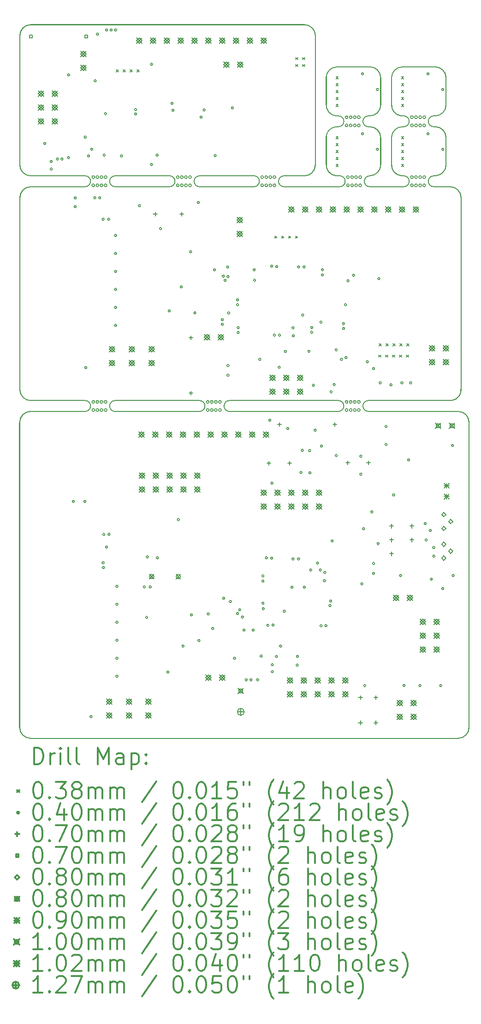
<source format=gbr>
%FSLAX45Y45*%
G04 Gerber Fmt 4.5, Leading zero omitted, Abs format (unit mm)*
G04 Created by KiCad (PCBNEW 4.0.2-stable) date 19/04/2016 11:26:09*
%MOMM*%
G01*
G04 APERTURE LIST*
%ADD10C,0.127000*%
%ADD11C,0.150000*%
%ADD12C,0.200000*%
%ADD13C,0.300000*%
G04 APERTURE END LIST*
D10*
D11*
X7625000Y-12425000D02*
X8625000Y-12425000D01*
X8625000Y-12225000D02*
X7625000Y-12225000D01*
X5525000Y-12425000D02*
X6075000Y-12425000D01*
X6075000Y-12225000D02*
X5525000Y-12225000D01*
X9800000Y-6100000D02*
X9825000Y-6100000D01*
X9800000Y-6100000D02*
G75*
G03X9600000Y-6300000I0J-200000D01*
G01*
X9825000Y-7200000D02*
X9800000Y-7200000D01*
X9800000Y-7200000D02*
G75*
G03X9600000Y-7400000I0J-200000D01*
G01*
X8575000Y-7200000D02*
X8625000Y-7200000D01*
X8575000Y-7200000D02*
G75*
G03X8400000Y-7425000I25000J-200000D01*
G01*
X8625000Y-6100000D02*
X8600000Y-6100000D01*
X8600000Y-6100000D02*
G75*
G03X8400000Y-6300000I0J-200000D01*
G01*
X8625000Y-7000000D02*
X8575000Y-7000000D01*
X9175000Y-7200000D02*
X9200000Y-7200000D01*
X9175000Y-7000000D02*
X9200000Y-7000000D01*
X9825000Y-7000000D02*
X9775000Y-7000000D01*
X10400000Y-7000000D02*
X10375000Y-7000000D01*
X10400000Y-7200000D02*
X10375000Y-7200000D01*
X9775000Y-8100000D02*
X9825000Y-8100000D01*
X9825000Y-8300000D02*
X9200000Y-8300000D01*
X10375000Y-8100000D02*
X10400000Y-8100000D01*
X10675000Y-8300000D02*
X10375000Y-8300000D01*
X8575000Y-8100000D02*
X8650000Y-8100000D01*
X7625000Y-8300000D02*
X7650000Y-8300000D01*
X7625000Y-8100000D02*
X8000000Y-8100000D01*
X10175000Y-12425000D02*
X10700000Y-12425000D01*
X10700000Y-12225000D02*
X10175000Y-12225000D01*
X10825000Y-12425000D02*
X10700000Y-12425000D01*
X9100000Y-8200000D02*
G75*
G03X9200000Y-8300000I100000J0D01*
G01*
X9200000Y-8100000D02*
G75*
G03X9100000Y-8200000I0J-100000D01*
G01*
X9050000Y-8275000D02*
G75*
G03X9050000Y-8275000I-25000J0D01*
G01*
X8975000Y-8275000D02*
G75*
G03X8975000Y-8275000I-25000J0D01*
G01*
X8900000Y-8275000D02*
G75*
G03X8900000Y-8275000I-25000J0D01*
G01*
X8825000Y-8275000D02*
G75*
G03X8825000Y-8275000I-25000J0D01*
G01*
X9050000Y-8125000D02*
G75*
G03X9050000Y-8125000I-25000J0D01*
G01*
X8975000Y-8125000D02*
G75*
G03X8975000Y-8125000I-25000J0D01*
G01*
X8900000Y-8125000D02*
G75*
G03X8900000Y-8125000I-25000J0D01*
G01*
X8825000Y-8125000D02*
G75*
G03X8825000Y-8125000I-25000J0D01*
G01*
X8650000Y-8300000D02*
G75*
G03X8750000Y-8200000I0J100000D01*
G01*
X8750000Y-8200000D02*
G75*
G03X8650000Y-8100000I-100000J0D01*
G01*
X8650000Y-8300000D02*
X7650000Y-8300000D01*
X9925000Y-7100000D02*
G75*
G03X9825000Y-7000000I-100000J0D01*
G01*
X9825000Y-7200000D02*
G75*
G03X9925000Y-7100000I0J100000D01*
G01*
X10000000Y-7025000D02*
G75*
G03X10000000Y-7025000I-25000J0D01*
G01*
X10075000Y-7025000D02*
G75*
G03X10075000Y-7025000I-25000J0D01*
G01*
X10150000Y-7025000D02*
G75*
G03X10150000Y-7025000I-25000J0D01*
G01*
X10225000Y-7025000D02*
G75*
G03X10225000Y-7025000I-25000J0D01*
G01*
X10000000Y-7175000D02*
G75*
G03X10000000Y-7175000I-25000J0D01*
G01*
X10075000Y-7175000D02*
G75*
G03X10075000Y-7175000I-25000J0D01*
G01*
X10150000Y-7175000D02*
G75*
G03X10150000Y-7175000I-25000J0D01*
G01*
X10225000Y-7175000D02*
G75*
G03X10225000Y-7175000I-25000J0D01*
G01*
X10375000Y-7000000D02*
G75*
G03X10275000Y-7100000I0J-100000D01*
G01*
X10275000Y-7100000D02*
G75*
G03X10375000Y-7200000I100000J0D01*
G01*
X10275000Y-8200000D02*
G75*
G03X10375000Y-8300000I100000J0D01*
G01*
X10375000Y-8100000D02*
G75*
G03X10275000Y-8200000I0J-100000D01*
G01*
X10225000Y-8275000D02*
G75*
G03X10225000Y-8275000I-25000J0D01*
G01*
X10150000Y-8275000D02*
G75*
G03X10150000Y-8275000I-25000J0D01*
G01*
X10075000Y-8275000D02*
G75*
G03X10075000Y-8275000I-25000J0D01*
G01*
X10000000Y-8275000D02*
G75*
G03X10000000Y-8275000I-25000J0D01*
G01*
X10225000Y-8125000D02*
G75*
G03X10225000Y-8125000I-25000J0D01*
G01*
X10150000Y-8125000D02*
G75*
G03X10150000Y-8125000I-25000J0D01*
G01*
X10075000Y-8125000D02*
G75*
G03X10075000Y-8125000I-25000J0D01*
G01*
X10000000Y-8125000D02*
G75*
G03X10000000Y-8125000I-25000J0D01*
G01*
X9825000Y-8300000D02*
G75*
G03X9925000Y-8200000I0J100000D01*
G01*
X9925000Y-8200000D02*
G75*
G03X9825000Y-8100000I-100000J0D01*
G01*
X10175000Y-12425000D02*
X9175000Y-12425000D01*
X9175000Y-12225000D02*
X10175000Y-12225000D01*
X6625000Y-12225000D02*
X7625000Y-12225000D01*
X7625000Y-12425000D02*
X6625000Y-12425000D01*
X8725000Y-12325000D02*
G75*
G03X8625000Y-12225000I-100000J0D01*
G01*
X8625000Y-12425000D02*
G75*
G03X8725000Y-12325000I0J100000D01*
G01*
X8800000Y-12250000D02*
G75*
G03X8800000Y-12250000I-25000J0D01*
G01*
X8875000Y-12250000D02*
G75*
G03X8875000Y-12250000I-25000J0D01*
G01*
X8950000Y-12250000D02*
G75*
G03X8950000Y-12250000I-25000J0D01*
G01*
X9025000Y-12250000D02*
G75*
G03X9025000Y-12250000I-25000J0D01*
G01*
X8800000Y-12400000D02*
G75*
G03X8800000Y-12400000I-25000J0D01*
G01*
X8875000Y-12400000D02*
G75*
G03X8875000Y-12400000I-25000J0D01*
G01*
X8950000Y-12400000D02*
G75*
G03X8950000Y-12400000I-25000J0D01*
G01*
X9025000Y-12400000D02*
G75*
G03X9025000Y-12400000I-25000J0D01*
G01*
X9175000Y-12225000D02*
G75*
G03X9075000Y-12325000I0J-100000D01*
G01*
X9075000Y-12325000D02*
G75*
G03X9175000Y-12425000I100000J0D01*
G01*
X6525000Y-12325000D02*
G75*
G03X6625000Y-12425000I100000J0D01*
G01*
X6625000Y-12225000D02*
G75*
G03X6525000Y-12325000I0J-100000D01*
G01*
X6475000Y-12400000D02*
G75*
G03X6475000Y-12400000I-25000J0D01*
G01*
X6400000Y-12400000D02*
G75*
G03X6400000Y-12400000I-25000J0D01*
G01*
X6325000Y-12400000D02*
G75*
G03X6325000Y-12400000I-25000J0D01*
G01*
X6250000Y-12400000D02*
G75*
G03X6250000Y-12400000I-25000J0D01*
G01*
X6475000Y-12250000D02*
G75*
G03X6475000Y-12250000I-25000J0D01*
G01*
X6400000Y-12250000D02*
G75*
G03X6400000Y-12250000I-25000J0D01*
G01*
X6325000Y-12250000D02*
G75*
G03X6325000Y-12250000I-25000J0D01*
G01*
X6250000Y-12250000D02*
G75*
G03X6250000Y-12250000I-25000J0D01*
G01*
X6075000Y-12425000D02*
G75*
G03X6175000Y-12325000I0J100000D01*
G01*
X6175000Y-12325000D02*
G75*
G03X6075000Y-12225000I-100000J0D01*
G01*
X6075000Y-12425000D02*
X5075000Y-12425000D01*
X5075000Y-12225000D02*
X6075000Y-12225000D01*
X2975000Y-12225000D02*
X3975000Y-12225000D01*
X3975000Y-12425000D02*
X2975000Y-12425000D01*
X4075000Y-12325000D02*
G75*
G03X3975000Y-12225000I-100000J0D01*
G01*
X3975000Y-12425000D02*
G75*
G03X4075000Y-12325000I0J100000D01*
G01*
X4150000Y-12250000D02*
G75*
G03X4150000Y-12250000I-25000J0D01*
G01*
X4225000Y-12250000D02*
G75*
G03X4225000Y-12250000I-25000J0D01*
G01*
X4300000Y-12250000D02*
G75*
G03X4300000Y-12250000I-25000J0D01*
G01*
X4375000Y-12250000D02*
G75*
G03X4375000Y-12250000I-25000J0D01*
G01*
X4150000Y-12400000D02*
G75*
G03X4150000Y-12400000I-25000J0D01*
G01*
X4225000Y-12400000D02*
G75*
G03X4225000Y-12400000I-25000J0D01*
G01*
X4300000Y-12400000D02*
G75*
G03X4300000Y-12400000I-25000J0D01*
G01*
X4375000Y-12400000D02*
G75*
G03X4375000Y-12400000I-25000J0D01*
G01*
X4525000Y-12225000D02*
G75*
G03X4425000Y-12325000I0J-100000D01*
G01*
X4425000Y-12325000D02*
G75*
G03X4525000Y-12425000I100000J0D01*
G01*
X5525000Y-12425000D02*
X4525000Y-12425000D01*
X4525000Y-12225000D02*
X5525000Y-12225000D01*
X4525000Y-8100000D02*
X5525000Y-8100000D01*
X5525000Y-8300000D02*
X4525000Y-8300000D01*
X5625000Y-8200000D02*
G75*
G03X5525000Y-8100000I-100000J0D01*
G01*
X5525000Y-8300000D02*
G75*
G03X5625000Y-8200000I0J100000D01*
G01*
X5700000Y-8125000D02*
G75*
G03X5700000Y-8125000I-25000J0D01*
G01*
X5775000Y-8125000D02*
G75*
G03X5775000Y-8125000I-25000J0D01*
G01*
X5850000Y-8125000D02*
G75*
G03X5850000Y-8125000I-25000J0D01*
G01*
X5925000Y-8125000D02*
G75*
G03X5925000Y-8125000I-25000J0D01*
G01*
X5700000Y-8275000D02*
G75*
G03X5700000Y-8275000I-25000J0D01*
G01*
X5775000Y-8275000D02*
G75*
G03X5775000Y-8275000I-25000J0D01*
G01*
X5850000Y-8275000D02*
G75*
G03X5850000Y-8275000I-25000J0D01*
G01*
X5925000Y-8275000D02*
G75*
G03X5925000Y-8275000I-25000J0D01*
G01*
X6075000Y-8100000D02*
G75*
G03X5975000Y-8200000I0J-100000D01*
G01*
X5975000Y-8200000D02*
G75*
G03X6075000Y-8300000I100000J0D01*
G01*
X4425000Y-8200000D02*
G75*
G03X4525000Y-8300000I100000J0D01*
G01*
X4525000Y-8100000D02*
G75*
G03X4425000Y-8200000I0J-100000D01*
G01*
X4375000Y-8275000D02*
G75*
G03X4375000Y-8275000I-25000J0D01*
G01*
X4300000Y-8275000D02*
G75*
G03X4300000Y-8275000I-25000J0D01*
G01*
X4225000Y-8275000D02*
G75*
G03X4225000Y-8275000I-25000J0D01*
G01*
X4150000Y-8275000D02*
G75*
G03X4150000Y-8275000I-25000J0D01*
G01*
X4375000Y-8125000D02*
G75*
G03X4375000Y-8125000I-25000J0D01*
G01*
X4300000Y-8125000D02*
G75*
G03X4300000Y-8125000I-25000J0D01*
G01*
X4225000Y-8125000D02*
G75*
G03X4225000Y-8125000I-25000J0D01*
G01*
X4150000Y-8125000D02*
G75*
G03X4150000Y-8125000I-25000J0D01*
G01*
X3975000Y-8300000D02*
G75*
G03X4075000Y-8200000I0J100000D01*
G01*
X4075000Y-8200000D02*
G75*
G03X3975000Y-8100000I-100000J0D01*
G01*
X3975000Y-8300000D02*
X2975000Y-8300000D01*
X2975000Y-8100000D02*
X3975000Y-8100000D01*
X6075000Y-8100000D02*
X7075000Y-8100000D01*
X7075000Y-8300000D02*
X6075000Y-8300000D01*
X7175000Y-8200000D02*
G75*
G03X7075000Y-8100000I-100000J0D01*
G01*
X7075000Y-8300000D02*
G75*
G03X7175000Y-8200000I0J100000D01*
G01*
X7250000Y-8125000D02*
G75*
G03X7250000Y-8125000I-25000J0D01*
G01*
X7325000Y-8125000D02*
G75*
G03X7325000Y-8125000I-25000J0D01*
G01*
X7400000Y-8125000D02*
G75*
G03X7400000Y-8125000I-25000J0D01*
G01*
X7475000Y-8125000D02*
G75*
G03X7475000Y-8125000I-25000J0D01*
G01*
X7250000Y-8275000D02*
G75*
G03X7250000Y-8275000I-25000J0D01*
G01*
X7325000Y-8275000D02*
G75*
G03X7325000Y-8275000I-25000J0D01*
G01*
X7400000Y-8275000D02*
G75*
G03X7400000Y-8275000I-25000J0D01*
G01*
X7475000Y-8275000D02*
G75*
G03X7475000Y-8275000I-25000J0D01*
G01*
X7625000Y-8100000D02*
G75*
G03X7525000Y-8200000I0J-100000D01*
G01*
X7525000Y-8200000D02*
G75*
G03X7625000Y-8300000I100000J0D01*
G01*
X9075000Y-7100000D02*
G75*
G03X9175000Y-7200000I100000J0D01*
G01*
X9175000Y-7000000D02*
G75*
G03X9075000Y-7100000I0J-100000D01*
G01*
X9025000Y-7175000D02*
G75*
G03X9025000Y-7175000I-25000J0D01*
G01*
X8950000Y-7175000D02*
G75*
G03X8950000Y-7175000I-25000J0D01*
G01*
X8875000Y-7175000D02*
G75*
G03X8875000Y-7175000I-25000J0D01*
G01*
X8800000Y-7175000D02*
G75*
G03X8800000Y-7175000I-25000J0D01*
G01*
X9025000Y-7025000D02*
G75*
G03X9025000Y-7025000I-25000J0D01*
G01*
X8950000Y-7025000D02*
G75*
G03X8950000Y-7025000I-25000J0D01*
G01*
X8875000Y-7025000D02*
G75*
G03X8875000Y-7025000I-25000J0D01*
G01*
X8800000Y-7025000D02*
G75*
G03X8800000Y-7025000I-25000J0D01*
G01*
X8625000Y-7200000D02*
G75*
G03X8725000Y-7100000I0J100000D01*
G01*
X8725000Y-7100000D02*
G75*
G03X8625000Y-7000000I-100000J0D01*
G01*
X11025000Y-12625000D02*
X11025000Y-18225000D01*
X2775000Y-18225000D02*
X2775000Y-12625000D01*
X10825000Y-18425000D02*
X2975000Y-18425000D01*
X10825000Y-18425000D02*
G75*
G03X11025000Y-18225000I0J200000D01*
G01*
X11025000Y-12625000D02*
G75*
G03X10825000Y-12425000I-200000J0D01*
G01*
X2975000Y-12425000D02*
G75*
G03X2775000Y-12625000I0J-200000D01*
G01*
X2775000Y-18225000D02*
G75*
G03X2975000Y-18425000I200000J0D01*
G01*
X8200000Y-5525000D02*
X8200000Y-7900000D01*
X2975000Y-5325000D02*
X8000000Y-5325000D01*
X2775000Y-7900000D02*
X2775000Y-5525000D01*
X8000000Y-8100000D02*
G75*
G03X8200000Y-7900000I0J200000D01*
G01*
X2775000Y-7900000D02*
G75*
G03X2975000Y-8100000I200000J0D01*
G01*
X2975000Y-5325000D02*
G75*
G03X2775000Y-5525000I0J-200000D01*
G01*
X8200000Y-5525000D02*
G75*
G03X8000000Y-5325000I-200000J0D01*
G01*
X10875000Y-12000000D02*
X10875000Y-8500000D01*
X2775000Y-8500000D02*
X2775000Y-12025000D01*
X10875000Y-8500000D02*
G75*
G03X10675000Y-8300000I-200000J0D01*
G01*
X10700000Y-12225000D02*
G75*
G03X10875000Y-12000000I-25000J200000D01*
G01*
X2775000Y-12025000D02*
G75*
G03X2975000Y-12225000I200000J0D01*
G01*
X2975000Y-8300000D02*
G75*
G03X2775000Y-8500000I0J-200000D01*
G01*
X8400000Y-7375000D02*
X8400000Y-7875000D01*
X9400000Y-7900000D02*
X9400000Y-7400000D01*
X9400000Y-7400000D02*
G75*
G03X9200000Y-7200000I-200000J0D01*
G01*
X9200000Y-8100000D02*
G75*
G03X9400000Y-7900000I0J200000D01*
G01*
X8400000Y-7875000D02*
G75*
G03X8575000Y-8100000I200000J-25000D01*
G01*
X9600000Y-7375000D02*
X9600000Y-7875000D01*
X10600000Y-7900000D02*
X10600000Y-7400000D01*
X10600000Y-7400000D02*
G75*
G03X10400000Y-7200000I-200000J0D01*
G01*
X10400000Y-8100000D02*
G75*
G03X10600000Y-7900000I0J200000D01*
G01*
X9600000Y-7875000D02*
G75*
G03X9775000Y-8100000I200000J-25000D01*
G01*
X8400000Y-6275000D02*
X8400000Y-6775000D01*
X9200000Y-6100000D02*
X8625000Y-6100000D01*
X9400000Y-6800000D02*
X9400000Y-6300000D01*
X9400000Y-6300000D02*
G75*
G03X9200000Y-6100000I-200000J0D01*
G01*
X9200000Y-7000000D02*
G75*
G03X9400000Y-6800000I0J200000D01*
G01*
X8400000Y-6775000D02*
G75*
G03X8575000Y-7000000I200000J-25000D01*
G01*
X9600000Y-6275000D02*
X9600000Y-6775000D01*
X10400000Y-6100000D02*
X9825000Y-6100000D01*
X10600000Y-6800000D02*
X10600000Y-6300000D01*
X10600000Y-6300000D02*
G75*
G03X10400000Y-6100000I-200000J0D01*
G01*
X10400000Y-7000000D02*
G75*
G03X10600000Y-6800000I0J200000D01*
G01*
X9600000Y-6775000D02*
G75*
G03X9775000Y-7000000I200000J-25000D01*
G01*
X11021800Y-12624850D02*
X11021800Y-18224850D01*
X2771800Y-18224850D02*
X2771800Y-12624850D01*
X10821800Y-18424850D02*
X2971800Y-18424850D01*
X10821800Y-18424850D02*
G75*
G03X11021800Y-18224850I0J200000D01*
G01*
X11021800Y-12624850D02*
G75*
G03X10821800Y-12424850I-200000J0D01*
G01*
X2971800Y-12424850D02*
G75*
G03X2771800Y-12624850I0J-200000D01*
G01*
X2771800Y-18224850D02*
G75*
G03X2971800Y-18424850I200000J0D01*
G01*
X10878700Y-12001300D02*
X10878700Y-8501300D01*
X2778700Y-8501300D02*
X2778700Y-12026300D01*
X10878700Y-8501300D02*
G75*
G03X10678700Y-8301300I-200000J0D01*
G01*
X10703700Y-12226300D02*
G75*
G03X10878700Y-12001300I-25000J200000D01*
G01*
X2778700Y-12026300D02*
G75*
G03X2978700Y-12226300I200000J0D01*
G01*
X2978700Y-8301300D02*
G75*
G03X2778700Y-8501300I0J-200000D01*
G01*
X8202900Y-5526400D02*
X8202900Y-7901400D01*
X2977900Y-5326400D02*
X8002900Y-5326400D01*
X2777900Y-7901400D02*
X2777900Y-5526400D01*
X8002900Y-8101400D02*
G75*
G03X8202900Y-7901400I0J200000D01*
G01*
X2777900Y-7901400D02*
G75*
G03X2977900Y-8101400I200000J0D01*
G01*
X2977900Y-5326400D02*
G75*
G03X2777900Y-5526400I0J-200000D01*
G01*
X8202900Y-5526400D02*
G75*
G03X8002900Y-5326400I-200000J0D01*
G01*
X8402350Y-7373050D02*
X8402350Y-7873050D01*
X9402350Y-7898050D02*
X9402350Y-7398050D01*
X9402350Y-7398050D02*
G75*
G03X9202350Y-7198050I-200000J0D01*
G01*
X9202350Y-8098050D02*
G75*
G03X9402350Y-7898050I0J200000D01*
G01*
X8402350Y-7873050D02*
G75*
G03X8577350Y-8098050I200000J-25000D01*
G01*
X9602500Y-6274500D02*
X9602500Y-6774500D01*
X10402500Y-6099500D02*
X9827500Y-6099500D01*
X10602500Y-6799500D02*
X10602500Y-6299500D01*
X10602500Y-6299500D02*
G75*
G03X10402500Y-6099500I-200000J0D01*
G01*
X10402500Y-6999500D02*
G75*
G03X10602500Y-6799500I0J200000D01*
G01*
X9602500Y-6774500D02*
G75*
G03X9777500Y-6999500I200000J-25000D01*
G01*
X9602500Y-7373050D02*
X9602500Y-7873050D01*
X10602500Y-7898050D02*
X10602500Y-7398050D01*
X10602500Y-7398050D02*
G75*
G03X10402500Y-7198050I-200000J0D01*
G01*
X10402500Y-8098050D02*
G75*
G03X10602500Y-7898050I0J200000D01*
G01*
X9602500Y-7873050D02*
G75*
G03X9777500Y-8098050I200000J-25000D01*
G01*
X8402350Y-6274500D02*
X8402350Y-6774500D01*
X9202350Y-6099500D02*
X8627350Y-6099500D01*
X9402350Y-6799500D02*
X9402350Y-6299500D01*
X9402350Y-6299500D02*
G75*
G03X9202350Y-6099500I-200000J0D01*
G01*
X9202350Y-6999500D02*
G75*
G03X9402350Y-6799500I0J200000D01*
G01*
X8402350Y-6774500D02*
G75*
G03X8577350Y-6999500I200000J-25000D01*
G01*
X11021800Y-12624850D02*
X11021800Y-18224850D01*
X2771800Y-18224850D02*
X2771800Y-12624850D01*
X10821800Y-18424850D02*
X2971800Y-18424850D01*
X10821800Y-18424850D02*
G75*
G03X11021800Y-18224850I0J200000D01*
G01*
X11021800Y-12624850D02*
G75*
G03X10821800Y-12424850I-200000J0D01*
G01*
X2971800Y-12424850D02*
G75*
G03X2771800Y-12624850I0J-200000D01*
G01*
X2771800Y-18224850D02*
G75*
G03X2971800Y-18424850I200000J0D01*
G01*
D12*
X4546600Y-6153150D02*
X4584700Y-6191250D01*
X4584700Y-6153150D02*
X4546600Y-6191250D01*
X4673600Y-6153150D02*
X4711700Y-6191250D01*
X4711700Y-6153150D02*
X4673600Y-6191250D01*
X4800600Y-6153150D02*
X4838700Y-6191250D01*
X4838700Y-6153150D02*
X4800600Y-6191250D01*
X4927600Y-6153150D02*
X4965700Y-6191250D01*
X4965700Y-6153150D02*
X4927600Y-6191250D01*
X7454900Y-9207500D02*
X7493000Y-9245600D01*
X7493000Y-9207500D02*
X7454900Y-9245600D01*
X7581900Y-9207500D02*
X7620000Y-9245600D01*
X7620000Y-9207500D02*
X7581900Y-9245600D01*
X7708900Y-9207500D02*
X7747000Y-9245600D01*
X7747000Y-9207500D02*
X7708900Y-9245600D01*
X7835900Y-9207500D02*
X7874000Y-9245600D01*
X7874000Y-9207500D02*
X7835900Y-9245600D01*
X7842250Y-5930900D02*
X7880350Y-5969000D01*
X7880350Y-5930900D02*
X7842250Y-5969000D01*
X7842250Y-6057900D02*
X7880350Y-6096000D01*
X7880350Y-6057900D02*
X7842250Y-6096000D01*
X7969250Y-5930900D02*
X8007350Y-5969000D01*
X8007350Y-5930900D02*
X7969250Y-5969000D01*
X7969250Y-6057900D02*
X8007350Y-6096000D01*
X8007350Y-6057900D02*
X7969250Y-6096000D01*
X8582500Y-6281900D02*
X8620600Y-6320000D01*
X8620600Y-6281900D02*
X8582500Y-6320000D01*
X8582500Y-6408900D02*
X8620600Y-6447000D01*
X8620600Y-6408900D02*
X8582500Y-6447000D01*
X8582500Y-6535900D02*
X8620600Y-6574000D01*
X8620600Y-6535900D02*
X8582500Y-6574000D01*
X8582500Y-6662900D02*
X8620600Y-6701000D01*
X8620600Y-6662900D02*
X8582500Y-6701000D01*
X8582500Y-6789900D02*
X8620600Y-6828000D01*
X8620600Y-6789900D02*
X8582500Y-6828000D01*
X8582500Y-7380450D02*
X8620600Y-7418550D01*
X8620600Y-7380450D02*
X8582500Y-7418550D01*
X8582500Y-7507450D02*
X8620600Y-7545550D01*
X8620600Y-7507450D02*
X8582500Y-7545550D01*
X8582500Y-7634450D02*
X8620600Y-7672550D01*
X8620600Y-7634450D02*
X8582500Y-7672550D01*
X8582500Y-7761450D02*
X8620600Y-7799550D01*
X8620600Y-7761450D02*
X8582500Y-7799550D01*
X8582500Y-7888450D02*
X8620600Y-7926550D01*
X8620600Y-7888450D02*
X8582500Y-7926550D01*
X9366250Y-11391900D02*
X9404350Y-11430000D01*
X9404350Y-11391900D02*
X9366250Y-11430000D01*
X9372600Y-11182350D02*
X9410700Y-11220450D01*
X9410700Y-11182350D02*
X9372600Y-11220450D01*
X9493250Y-11391900D02*
X9531350Y-11430000D01*
X9531350Y-11391900D02*
X9493250Y-11430000D01*
X9499600Y-11182350D02*
X9537700Y-11220450D01*
X9537700Y-11182350D02*
X9499600Y-11220450D01*
X9620250Y-11391900D02*
X9658350Y-11430000D01*
X9658350Y-11391900D02*
X9620250Y-11430000D01*
X9626600Y-11182350D02*
X9664700Y-11220450D01*
X9664700Y-11182350D02*
X9626600Y-11220450D01*
X9747250Y-11391900D02*
X9785350Y-11430000D01*
X9785350Y-11391900D02*
X9747250Y-11430000D01*
X9753600Y-11182350D02*
X9791700Y-11220450D01*
X9791700Y-11182350D02*
X9753600Y-11220450D01*
X9782650Y-6281900D02*
X9820750Y-6320000D01*
X9820750Y-6281900D02*
X9782650Y-6320000D01*
X9782650Y-6408900D02*
X9820750Y-6447000D01*
X9820750Y-6408900D02*
X9782650Y-6447000D01*
X9782650Y-6535900D02*
X9820750Y-6574000D01*
X9820750Y-6535900D02*
X9782650Y-6574000D01*
X9782650Y-6662900D02*
X9820750Y-6701000D01*
X9820750Y-6662900D02*
X9782650Y-6701000D01*
X9782650Y-6789900D02*
X9820750Y-6828000D01*
X9820750Y-6789900D02*
X9782650Y-6828000D01*
X9782650Y-7380450D02*
X9820750Y-7418550D01*
X9820750Y-7380450D02*
X9782650Y-7418550D01*
X9782650Y-7507450D02*
X9820750Y-7545550D01*
X9820750Y-7507450D02*
X9782650Y-7545550D01*
X9782650Y-7634450D02*
X9820750Y-7672550D01*
X9820750Y-7634450D02*
X9782650Y-7672550D01*
X9782650Y-7761450D02*
X9820750Y-7799550D01*
X9820750Y-7761450D02*
X9782650Y-7799550D01*
X9782650Y-7888450D02*
X9820750Y-7926550D01*
X9820750Y-7888450D02*
X9782650Y-7926550D01*
X9874250Y-11391900D02*
X9912350Y-11430000D01*
X9912350Y-11391900D02*
X9874250Y-11430000D01*
X9880600Y-11182350D02*
X9918700Y-11220450D01*
X9918700Y-11182350D02*
X9880600Y-11220450D01*
X3252150Y-7505700D02*
G75*
G03X3252150Y-7505700I-20000J0D01*
G01*
X3372800Y-7835900D02*
G75*
G03X3372800Y-7835900I-20000J0D01*
G01*
X3372800Y-7975600D02*
G75*
G03X3372800Y-7975600I-20000J0D01*
G01*
X3487100Y-7791450D02*
G75*
G03X3487100Y-7791450I-20000J0D01*
G01*
X3569650Y-7791450D02*
G75*
G03X3569650Y-7791450I-20000J0D01*
G01*
X3690300Y-6248400D02*
G75*
G03X3690300Y-6248400I-20000J0D01*
G01*
X3690300Y-7766050D02*
G75*
G03X3690300Y-7766050I-20000J0D01*
G01*
X3779200Y-14077950D02*
G75*
G03X3779200Y-14077950I-20000J0D01*
G01*
X3813700Y-8506300D02*
G75*
G03X3813700Y-8506300I-20000J0D01*
G01*
X3813700Y-8666300D02*
G75*
G03X3813700Y-8666300I-20000J0D01*
G01*
X3988750Y-14077950D02*
G75*
G03X3988750Y-14077950I-20000J0D01*
G01*
X3995100Y-7391400D02*
G75*
G03X3995100Y-7391400I-20000J0D01*
G01*
X4007800Y-11620500D02*
G75*
G03X4007800Y-11620500I-20000J0D01*
G01*
X4058600Y-7734300D02*
G75*
G03X4058600Y-7734300I-20000J0D01*
G01*
X4102400Y-18027650D02*
G75*
G03X4102400Y-18027650I-20000J0D01*
G01*
X4115750Y-7613650D02*
G75*
G03X4115750Y-7613650I-20000J0D01*
G01*
X4172900Y-8502650D02*
G75*
G03X4172900Y-8502650I-20000J0D01*
G01*
X4179250Y-6356350D02*
G75*
G03X4179250Y-6356350I-20000J0D01*
G01*
X4223700Y-5499100D02*
G75*
G03X4223700Y-5499100I-20000J0D01*
G01*
X4261800Y-8502650D02*
G75*
G03X4261800Y-8502650I-20000J0D01*
G01*
X4325300Y-8896350D02*
G75*
G03X4325300Y-8896350I-20000J0D01*
G01*
X4325300Y-15201900D02*
G75*
G03X4325300Y-15201900I-20000J0D01*
G01*
X4331650Y-15290800D02*
G75*
G03X4331650Y-15290800I-20000J0D01*
G01*
X4338000Y-14681200D02*
G75*
G03X4338000Y-14681200I-20000J0D01*
G01*
X4344350Y-7721600D02*
G75*
G03X4344350Y-7721600I-20000J0D01*
G01*
X4369750Y-6959600D02*
G75*
G03X4369750Y-6959600I-20000J0D01*
G01*
X4388800Y-5422900D02*
G75*
G03X4388800Y-5422900I-20000J0D01*
G01*
X4388800Y-14916150D02*
G75*
G03X4388800Y-14916150I-20000J0D01*
G01*
X4426900Y-8896350D02*
G75*
G03X4426900Y-8896350I-20000J0D01*
G01*
X4433250Y-14681200D02*
G75*
G03X4433250Y-14681200I-20000J0D01*
G01*
X4471350Y-5422900D02*
G75*
G03X4471350Y-5422900I-20000J0D01*
G01*
X4553900Y-5422900D02*
G75*
G03X4553900Y-5422900I-20000J0D01*
G01*
X4553900Y-9194800D02*
G75*
G03X4553900Y-9194800I-20000J0D01*
G01*
X4553900Y-9525000D02*
G75*
G03X4553900Y-9525000I-20000J0D01*
G01*
X4553900Y-9855200D02*
G75*
G03X4553900Y-9855200I-20000J0D01*
G01*
X4553900Y-10185400D02*
G75*
G03X4553900Y-10185400I-20000J0D01*
G01*
X4553900Y-10515600D02*
G75*
G03X4553900Y-10515600I-20000J0D01*
G01*
X4553900Y-10845800D02*
G75*
G03X4553900Y-10845800I-20000J0D01*
G01*
X4579300Y-15633700D02*
G75*
G03X4579300Y-15633700I-20000J0D01*
G01*
X4579300Y-15963900D02*
G75*
G03X4579300Y-15963900I-20000J0D01*
G01*
X4579300Y-16294100D02*
G75*
G03X4579300Y-16294100I-20000J0D01*
G01*
X4579300Y-16624300D02*
G75*
G03X4579300Y-16624300I-20000J0D01*
G01*
X4579300Y-16954500D02*
G75*
G03X4579300Y-16954500I-20000J0D01*
G01*
X4579300Y-17284700D02*
G75*
G03X4579300Y-17284700I-20000J0D01*
G01*
X4661850Y-7734300D02*
G75*
G03X4661850Y-7734300I-20000J0D01*
G01*
X4922200Y-6883400D02*
G75*
G03X4922200Y-6883400I-20000J0D01*
G01*
X4922200Y-6965950D02*
G75*
G03X4922200Y-6965950I-20000J0D01*
G01*
X4992050Y-8648700D02*
G75*
G03X4992050Y-8648700I-20000J0D01*
G01*
X5080950Y-15646400D02*
G75*
G03X5080950Y-15646400I-20000J0D01*
G01*
X5125400Y-16205200D02*
G75*
G03X5125400Y-16205200I-20000J0D01*
G01*
X5138100Y-15093950D02*
G75*
G03X5138100Y-15093950I-20000J0D01*
G01*
X5188900Y-15646400D02*
G75*
G03X5188900Y-15646400I-20000J0D01*
G01*
X5214300Y-6051550D02*
G75*
G03X5214300Y-6051550I-20000J0D01*
G01*
X5214300Y-7893050D02*
G75*
G03X5214300Y-7893050I-20000J0D01*
G01*
X5315900Y-7721600D02*
G75*
G03X5315900Y-7721600I-20000J0D01*
G01*
X5322250Y-15113000D02*
G75*
G03X5322250Y-15113000I-20000J0D01*
G01*
X5379400Y-9067800D02*
G75*
G03X5379400Y-9067800I-20000J0D01*
G01*
X5512750Y-17208500D02*
G75*
G03X5512750Y-17208500I-20000J0D01*
G01*
X5538150Y-10579100D02*
G75*
G03X5538150Y-10579100I-20000J0D01*
G01*
X5588950Y-6769100D02*
G75*
G03X5588950Y-6769100I-20000J0D01*
G01*
X5608000Y-6896100D02*
G75*
G03X5608000Y-6896100I-20000J0D01*
G01*
X5706425Y-14411325D02*
G75*
G03X5706425Y-14411325I-20000J0D01*
G01*
X5760400Y-10140950D02*
G75*
G03X5760400Y-10140950I-20000J0D01*
G01*
X5792150Y-16732250D02*
G75*
G03X5792150Y-16732250I-20000J0D01*
G01*
X5931850Y-9494520D02*
G75*
G03X5931850Y-9494520I-20000J0D01*
G01*
X5944550Y-16160750D02*
G75*
G03X5944550Y-16160750I-20000J0D01*
G01*
X6009320Y-10617200D02*
G75*
G03X6009320Y-10617200I-20000J0D01*
G01*
X6071550Y-8591550D02*
G75*
G03X6071550Y-8591550I-20000J0D01*
G01*
X6084250Y-16630650D02*
G75*
G03X6084250Y-16630650I-20000J0D01*
G01*
X6122350Y-7023100D02*
G75*
G03X6122350Y-7023100I-20000J0D01*
G01*
X6179500Y-6889750D02*
G75*
G03X6179500Y-6889750I-20000J0D01*
G01*
X6255700Y-16141700D02*
G75*
G03X6255700Y-16141700I-20000J0D01*
G01*
X6338250Y-16408400D02*
G75*
G03X6338250Y-16408400I-20000J0D01*
G01*
X6370000Y-9827260D02*
G75*
G03X6370000Y-9827260I-20000J0D01*
G01*
X6382700Y-7727950D02*
G75*
G03X6382700Y-7727950I-20000J0D01*
G01*
X6512240Y-10739120D02*
G75*
G03X6512240Y-10739120I-20000J0D01*
G01*
X6512240Y-10825480D02*
G75*
G03X6512240Y-10825480I-20000J0D01*
G01*
X6532560Y-9941560D02*
G75*
G03X6532560Y-9941560I-20000J0D01*
G01*
X6537640Y-15853410D02*
G75*
G03X6537640Y-15853410I-20000J0D01*
G01*
X6565580Y-10020300D02*
G75*
G03X6565580Y-10020300I-20000J0D01*
G01*
X6611300Y-9773920D02*
G75*
G03X6611300Y-9773920I-20000J0D01*
G01*
X6616380Y-11582400D02*
G75*
G03X6616380Y-11582400I-20000J0D01*
G01*
X6616380Y-11760200D02*
G75*
G03X6616380Y-11760200I-20000J0D01*
G01*
X6617650Y-9950450D02*
G75*
G03X6617650Y-9950450I-20000J0D01*
G01*
X6629080Y-10617200D02*
G75*
G03X6629080Y-10617200I-20000J0D01*
G01*
X6661800Y-15914850D02*
G75*
G03X6661800Y-15914850I-20000J0D01*
G01*
X6697660Y-6852920D02*
G75*
G03X6697660Y-6852920I-20000J0D01*
G01*
X6738300Y-16954500D02*
G75*
G03X6738300Y-16954500I-20000J0D01*
G01*
X6791800Y-16134850D02*
G75*
G03X6791800Y-16134850I-20000J0D01*
G01*
X6793700Y-10376300D02*
G75*
G03X6793700Y-10376300I-20000J0D01*
G01*
X6793700Y-10466300D02*
G75*
G03X6793700Y-10466300I-20000J0D01*
G01*
X6803700Y-10886300D02*
G75*
G03X6803700Y-10886300I-20000J0D01*
G01*
X6803700Y-10976300D02*
G75*
G03X6803700Y-10976300I-20000J0D01*
G01*
X6832280Y-16066770D02*
G75*
G03X6832280Y-16066770I-20000J0D01*
G01*
X6883080Y-16198850D02*
G75*
G03X6883080Y-16198850I-20000J0D01*
G01*
X6909750Y-16440150D02*
G75*
G03X6909750Y-16440150I-20000J0D01*
G01*
X6951025Y-17351375D02*
G75*
G03X6951025Y-17351375I-20000J0D01*
G01*
X7039925Y-17351375D02*
G75*
G03X7039925Y-17351375I-20000J0D01*
G01*
X7081200Y-16440150D02*
G75*
G03X7081200Y-16440150I-20000J0D01*
G01*
X7098980Y-9824720D02*
G75*
G03X7098980Y-9824720I-20000J0D01*
G01*
X7106600Y-10017760D02*
G75*
G03X7106600Y-10017760I-20000J0D01*
G01*
X7160575Y-17351375D02*
G75*
G03X7160575Y-17351375I-20000J0D01*
G01*
X7201850Y-11468100D02*
G75*
G03X7201850Y-11468100I-20000J0D01*
G01*
X7227250Y-16916400D02*
G75*
G03X7227250Y-16916400I-20000J0D01*
G01*
X7259000Y-15443200D02*
G75*
G03X7259000Y-15443200I-20000J0D01*
G01*
X7259000Y-15538450D02*
G75*
G03X7259000Y-15538450I-20000J0D01*
G01*
X7259000Y-15944850D02*
G75*
G03X7259000Y-15944850I-20000J0D01*
G01*
X7265350Y-16046450D02*
G75*
G03X7265350Y-16046450I-20000J0D01*
G01*
X7322500Y-15113000D02*
G75*
G03X7322500Y-15113000I-20000J0D01*
G01*
X7347900Y-16351250D02*
G75*
G03X7347900Y-16351250I-20000J0D01*
G01*
X7386000Y-12585700D02*
G75*
G03X7386000Y-12585700I-20000J0D01*
G01*
X7417750Y-9759950D02*
G75*
G03X7417750Y-9759950I-20000J0D01*
G01*
X7417750Y-15119350D02*
G75*
G03X7417750Y-15119350I-20000J0D01*
G01*
X7424100Y-13741400D02*
G75*
G03X7424100Y-13741400I-20000J0D01*
G01*
X7430450Y-17075150D02*
G75*
G03X7430450Y-17075150I-20000J0D01*
G01*
X7430450Y-17202150D02*
G75*
G03X7430450Y-17202150I-20000J0D01*
G01*
X7443150Y-16344900D02*
G75*
G03X7443150Y-16344900I-20000J0D01*
G01*
X7468550Y-11023600D02*
G75*
G03X7468550Y-11023600I-20000J0D01*
G01*
X7506650Y-16922750D02*
G75*
G03X7506650Y-16922750I-20000J0D01*
G01*
X7513000Y-9766300D02*
G75*
G03X7513000Y-9766300I-20000J0D01*
G01*
X7557450Y-11614150D02*
G75*
G03X7557450Y-11614150I-20000J0D01*
G01*
X7563800Y-11023600D02*
G75*
G03X7563800Y-11023600I-20000J0D01*
G01*
X7582850Y-16732250D02*
G75*
G03X7582850Y-16732250I-20000J0D01*
G01*
X7652700Y-16090900D02*
G75*
G03X7652700Y-16090900I-20000J0D01*
G01*
X7670480Y-11323320D02*
G75*
G03X7670480Y-11323320I-20000J0D01*
G01*
X7716200Y-12738100D02*
G75*
G03X7716200Y-12738100I-20000J0D01*
G01*
X7792400Y-15652750D02*
G75*
G03X7792400Y-15652750I-20000J0D01*
G01*
X7811450Y-10890250D02*
G75*
G03X7811450Y-10890250I-20000J0D01*
G01*
X7811450Y-15132050D02*
G75*
G03X7811450Y-15132050I-20000J0D01*
G01*
X7817800Y-11036300D02*
G75*
G03X7817800Y-11036300I-20000J0D01*
G01*
X7887650Y-17081500D02*
G75*
G03X7887650Y-17081500I-20000J0D01*
G01*
X7894000Y-16922750D02*
G75*
G03X7894000Y-16922750I-20000J0D01*
G01*
X7913050Y-9772650D02*
G75*
G03X7913050Y-9772650I-20000J0D01*
G01*
X7913050Y-15132050D02*
G75*
G03X7913050Y-15132050I-20000J0D01*
G01*
X7957500Y-13544550D02*
G75*
G03X7957500Y-13544550I-20000J0D01*
G01*
X7982900Y-13138150D02*
G75*
G03X7982900Y-13138150I-20000J0D01*
G01*
X7989250Y-10655300D02*
G75*
G03X7989250Y-10655300I-20000J0D01*
G01*
X8014650Y-9772650D02*
G75*
G03X8014650Y-9772650I-20000J0D01*
G01*
X8021000Y-15652750D02*
G75*
G03X8021000Y-15652750I-20000J0D01*
G01*
X8103550Y-11322050D02*
G75*
G03X8103550Y-11322050I-20000J0D01*
G01*
X8116250Y-13144500D02*
G75*
G03X8116250Y-13144500I-20000J0D01*
G01*
X8122600Y-13550900D02*
G75*
G03X8122600Y-13550900I-20000J0D01*
G01*
X8135300Y-15335250D02*
G75*
G03X8135300Y-15335250I-20000J0D01*
G01*
X8154350Y-10883900D02*
G75*
G03X8154350Y-10883900I-20000J0D01*
G01*
X8154350Y-10972800D02*
G75*
G03X8154350Y-10972800I-20000J0D01*
G01*
X8186100Y-11944350D02*
G75*
G03X8186100Y-11944350I-20000J0D01*
G01*
X8217850Y-12769850D02*
G75*
G03X8217850Y-12769850I-20000J0D01*
G01*
X8262300Y-15208250D02*
G75*
G03X8262300Y-15208250I-20000J0D01*
G01*
X8313100Y-15335250D02*
G75*
G03X8313100Y-15335250I-20000J0D01*
G01*
X8323700Y-10786300D02*
G75*
G03X8323700Y-10786300I-20000J0D01*
G01*
X8325800Y-16357600D02*
G75*
G03X8325800Y-16357600I-20000J0D01*
G01*
X8332150Y-13061950D02*
G75*
G03X8332150Y-13061950I-20000J0D01*
G01*
X8351200Y-9823450D02*
G75*
G03X8351200Y-9823450I-20000J0D01*
G01*
X8351200Y-9918700D02*
G75*
G03X8351200Y-9918700I-20000J0D01*
G01*
X8389300Y-15532100D02*
G75*
G03X8389300Y-15532100I-20000J0D01*
G01*
X8395650Y-15379700D02*
G75*
G03X8395650Y-15379700I-20000J0D01*
G01*
X8414700Y-16357600D02*
G75*
G03X8414700Y-16357600I-20000J0D01*
G01*
X8490900Y-15989300D02*
G75*
G03X8490900Y-15989300I-20000J0D01*
G01*
X8503600Y-15906750D02*
G75*
G03X8503600Y-15906750I-20000J0D01*
G01*
X8509950Y-12065000D02*
G75*
G03X8509950Y-12065000I-20000J0D01*
G01*
X8529000Y-14801850D02*
G75*
G03X8529000Y-14801850I-20000J0D01*
G01*
X8567100Y-11931650D02*
G75*
G03X8567100Y-11931650I-20000J0D01*
G01*
X8603700Y-11296300D02*
G75*
G03X8603700Y-11296300I-20000J0D01*
G01*
X8605200Y-13233400D02*
G75*
G03X8605200Y-13233400I-20000J0D01*
G01*
X8700450Y-11468100D02*
G75*
G03X8700450Y-11468100I-20000J0D01*
G01*
X8738550Y-10814050D02*
G75*
G03X8738550Y-10814050I-20000J0D01*
G01*
X8738550Y-10902950D02*
G75*
G03X8738550Y-10902950I-20000J0D01*
G01*
X8773700Y-10466300D02*
G75*
G03X8773700Y-10466300I-20000J0D01*
G01*
X8783700Y-11436300D02*
G75*
G03X8783700Y-11436300I-20000J0D01*
G01*
X8821100Y-10026650D02*
G75*
G03X8821100Y-10026650I-20000J0D01*
G01*
X8922700Y-9925050D02*
G75*
G03X8922700Y-9925050I-20000J0D01*
G01*
X9056050Y-13246100D02*
G75*
G03X9056050Y-13246100I-20000J0D01*
G01*
X9056050Y-13576300D02*
G75*
G03X9056050Y-13576300I-20000J0D01*
G01*
X9075100Y-15589250D02*
G75*
G03X9075100Y-15589250I-20000J0D01*
G01*
X9087800Y-6229350D02*
G75*
G03X9087800Y-6229350I-20000J0D01*
G01*
X9087800Y-7327900D02*
G75*
G03X9087800Y-7327900I-20000J0D01*
G01*
X9106850Y-14579600D02*
G75*
G03X9106850Y-14579600I-20000J0D01*
G01*
X9127875Y-17458125D02*
G75*
G03X9127875Y-17458125I-20000J0D01*
G01*
X9176700Y-11512550D02*
G75*
G03X9176700Y-11512550I-20000J0D01*
G01*
X9259250Y-14268450D02*
G75*
G03X9259250Y-14268450I-20000J0D01*
G01*
X9291000Y-11639550D02*
G75*
G03X9291000Y-11639550I-20000J0D01*
G01*
X9291000Y-15214600D02*
G75*
G03X9291000Y-15214600I-20000J0D01*
G01*
X9291000Y-15398750D02*
G75*
G03X9291000Y-15398750I-20000J0D01*
G01*
X9360850Y-6515100D02*
G75*
G03X9360850Y-6515100I-20000J0D01*
G01*
X9360850Y-7613650D02*
G75*
G03X9360850Y-7613650I-20000J0D01*
G01*
X9373550Y-14852650D02*
G75*
G03X9373550Y-14852650I-20000J0D01*
G01*
X9386250Y-9988550D02*
G75*
G03X9386250Y-9988550I-20000J0D01*
G01*
X9411650Y-11899900D02*
G75*
G03X9411650Y-11899900I-20000J0D01*
G01*
X9519600Y-12700000D02*
G75*
G03X9519600Y-12700000I-20000J0D01*
G01*
X9519600Y-13030200D02*
G75*
G03X9519600Y-13030200I-20000J0D01*
G01*
X9608500Y-11938000D02*
G75*
G03X9608500Y-11938000I-20000J0D01*
G01*
X9659300Y-13957300D02*
G75*
G03X9659300Y-13957300I-20000J0D01*
G01*
X9786300Y-15436850D02*
G75*
G03X9786300Y-15436850I-20000J0D01*
G01*
X9811700Y-11899900D02*
G75*
G03X9811700Y-11899900I-20000J0D01*
G01*
X9849800Y-17456150D02*
G75*
G03X9849800Y-17456150I-20000J0D01*
G01*
X9932350Y-13315950D02*
G75*
G03X9932350Y-13315950I-20000J0D01*
G01*
X9970450Y-11899900D02*
G75*
G03X9970450Y-11899900I-20000J0D01*
G01*
X10141900Y-17456150D02*
G75*
G03X10141900Y-17456150I-20000J0D01*
G01*
X10237150Y-14484350D02*
G75*
G03X10237150Y-14484350I-20000J0D01*
G01*
X10256200Y-14782800D02*
G75*
G03X10256200Y-14782800I-20000J0D01*
G01*
X10287950Y-6229350D02*
G75*
G03X10287950Y-6229350I-20000J0D01*
G01*
X10287950Y-7327900D02*
G75*
G03X10287950Y-7327900I-20000J0D01*
G01*
X10332400Y-14611350D02*
G75*
G03X10332400Y-14611350I-20000J0D01*
G01*
X10352290Y-15503170D02*
G75*
G03X10352290Y-15503170I-20000J0D01*
G01*
X10395900Y-14922500D02*
G75*
G03X10395900Y-14922500I-20000J0D01*
G01*
X10395900Y-15081250D02*
G75*
G03X10395900Y-15081250I-20000J0D01*
G01*
X10522900Y-17456150D02*
G75*
G03X10522900Y-17456150I-20000J0D01*
G01*
X10560690Y-15678270D02*
G75*
G03X10560690Y-15678270I-20000J0D01*
G01*
X10561000Y-6515100D02*
G75*
G03X10561000Y-6515100I-20000J0D01*
G01*
X10561000Y-7613650D02*
G75*
G03X10561000Y-7613650I-20000J0D01*
G01*
X10738800Y-13049250D02*
G75*
G03X10738800Y-13049250I-20000J0D01*
G01*
X10751190Y-15436970D02*
G75*
G03X10751190Y-15436970I-20000J0D01*
G01*
X5261356Y-8766100D02*
X5261356Y-8836100D01*
X5226356Y-8801100D02*
X5296356Y-8801100D01*
X5749544Y-8766100D02*
X5749544Y-8836100D01*
X5714544Y-8801100D02*
X5784544Y-8801100D01*
X5915914Y-11034372D02*
X5915914Y-11104372D01*
X5880914Y-11069372D02*
X5950914Y-11069372D01*
X5915914Y-12050372D02*
X5915914Y-12120372D01*
X5880914Y-12085372D02*
X5950914Y-12085372D01*
X7346950Y-13338100D02*
X7346950Y-13408100D01*
X7311950Y-13373100D02*
X7381950Y-13373100D01*
X7543748Y-12626646D02*
X7543748Y-12696646D01*
X7508748Y-12661646D02*
X7578748Y-12661646D01*
X7727950Y-13338100D02*
X7727950Y-13408100D01*
X7692950Y-13373100D02*
X7762950Y-13373100D01*
X8559748Y-12626646D02*
X8559748Y-12696646D01*
X8524748Y-12661646D02*
X8594748Y-12661646D01*
X8794750Y-13331750D02*
X8794750Y-13401750D01*
X8759750Y-13366750D02*
X8829750Y-13366750D01*
X9029400Y-17642000D02*
X9029400Y-17712000D01*
X8994400Y-17677000D02*
X9064400Y-17677000D01*
X9029400Y-18102000D02*
X9029400Y-18172000D01*
X8994400Y-18137000D02*
X9064400Y-18137000D01*
X9175750Y-13331750D02*
X9175750Y-13401750D01*
X9140750Y-13366750D02*
X9210750Y-13366750D01*
X9309400Y-17642000D02*
X9309400Y-17712000D01*
X9274400Y-17677000D02*
X9344400Y-17677000D01*
X9309400Y-18102000D02*
X9309400Y-18172000D01*
X9274400Y-18137000D02*
X9344400Y-18137000D01*
X9602724Y-14493292D02*
X9602724Y-14563292D01*
X9567724Y-14528292D02*
X9637724Y-14528292D01*
X9602724Y-14747292D02*
X9602724Y-14817292D01*
X9567724Y-14782292D02*
X9637724Y-14782292D01*
X9602724Y-15001292D02*
X9602724Y-15071292D01*
X9567724Y-15036292D02*
X9637724Y-15036292D01*
X9971532Y-14493546D02*
X9971532Y-14563546D01*
X9936532Y-14528546D02*
X10006532Y-14528546D01*
X9971532Y-14747546D02*
X9971532Y-14817546D01*
X9936532Y-14782546D02*
X10006532Y-14782546D01*
X3006694Y-5567320D02*
X3006694Y-5517748D01*
X2957122Y-5517748D01*
X2957122Y-5567320D01*
X3006694Y-5567320D01*
X4022694Y-5567320D02*
X4022694Y-5517748D01*
X3973122Y-5517748D01*
X3973122Y-5567320D01*
X4022694Y-5567320D01*
X10560050Y-14359250D02*
X10600050Y-14319250D01*
X10560050Y-14279250D01*
X10520050Y-14319250D01*
X10560050Y-14359250D01*
X10560050Y-14613250D02*
X10600050Y-14573250D01*
X10560050Y-14533250D01*
X10520050Y-14573250D01*
X10560050Y-14613250D01*
X10560050Y-14905350D02*
X10600050Y-14865350D01*
X10560050Y-14825350D01*
X10520050Y-14865350D01*
X10560050Y-14905350D01*
X10560050Y-15159350D02*
X10600050Y-15119350D01*
X10560050Y-15079350D01*
X10520050Y-15119350D01*
X10560050Y-15159350D01*
X10687050Y-14486250D02*
X10727050Y-14446250D01*
X10687050Y-14406250D01*
X10647050Y-14446250D01*
X10687050Y-14486250D01*
X10687050Y-15032350D02*
X10727050Y-14992350D01*
X10687050Y-14952350D01*
X10647050Y-14992350D01*
X10687050Y-15032350D01*
X5157851Y-15415895D02*
X5237861Y-15495905D01*
X5237861Y-15415895D02*
X5157851Y-15495905D01*
X5237861Y-15455900D02*
G75*
G03X5237861Y-15455900I-40005J0D01*
G01*
X5646039Y-15415895D02*
X5726049Y-15495905D01*
X5726049Y-15415895D02*
X5646039Y-15495905D01*
X5726049Y-15455900D02*
G75*
G03X5726049Y-15455900I-40005J0D01*
G01*
X10565850Y-13742450D02*
X10655850Y-13832450D01*
X10655850Y-13742450D02*
X10565850Y-13832450D01*
X10610850Y-13742450D02*
X10610850Y-13832450D01*
X10565850Y-13787450D02*
X10655850Y-13787450D01*
X10565850Y-13942450D02*
X10655850Y-14032450D01*
X10655850Y-13942450D02*
X10565850Y-14032450D01*
X10610850Y-13942450D02*
X10610850Y-14032450D01*
X10565850Y-13987450D02*
X10655850Y-13987450D01*
X6782600Y-17507750D02*
X6882600Y-17607750D01*
X6882600Y-17507750D02*
X6782600Y-17607750D01*
X6867956Y-17593106D02*
X6867956Y-17522394D01*
X6797244Y-17522394D01*
X6797244Y-17593106D01*
X6867956Y-17593106D01*
X10408450Y-12637300D02*
X10508450Y-12737300D01*
X10508450Y-12637300D02*
X10408450Y-12737300D01*
X10493806Y-12722656D02*
X10493806Y-12651944D01*
X10423094Y-12651944D01*
X10423094Y-12722656D01*
X10493806Y-12722656D01*
X10662450Y-12637300D02*
X10762450Y-12737300D01*
X10762450Y-12637300D02*
X10662450Y-12737300D01*
X10747806Y-12722656D02*
X10747806Y-12651944D01*
X10677094Y-12651944D01*
X10677094Y-12722656D01*
X10747806Y-12722656D01*
X3117850Y-6540500D02*
X3219450Y-6642100D01*
X3219450Y-6540500D02*
X3117850Y-6642100D01*
X3168650Y-6642100D02*
X3219450Y-6591300D01*
X3168650Y-6540500D01*
X3117850Y-6591300D01*
X3168650Y-6642100D01*
X3117850Y-6794500D02*
X3219450Y-6896100D01*
X3219450Y-6794500D02*
X3117850Y-6896100D01*
X3168650Y-6896100D02*
X3219450Y-6845300D01*
X3168650Y-6794500D01*
X3117850Y-6845300D01*
X3168650Y-6896100D01*
X3117850Y-7048500D02*
X3219450Y-7150100D01*
X3219450Y-7048500D02*
X3117850Y-7150100D01*
X3168650Y-7150100D02*
X3219450Y-7099300D01*
X3168650Y-7048500D01*
X3117850Y-7099300D01*
X3168650Y-7150100D01*
X3371850Y-6540500D02*
X3473450Y-6642100D01*
X3473450Y-6540500D02*
X3371850Y-6642100D01*
X3422650Y-6642100D02*
X3473450Y-6591300D01*
X3422650Y-6540500D01*
X3371850Y-6591300D01*
X3422650Y-6642100D01*
X3371850Y-6794500D02*
X3473450Y-6896100D01*
X3473450Y-6794500D02*
X3371850Y-6896100D01*
X3422650Y-6896100D02*
X3473450Y-6845300D01*
X3422650Y-6794500D01*
X3371850Y-6845300D01*
X3422650Y-6896100D01*
X3371850Y-7048500D02*
X3473450Y-7150100D01*
X3473450Y-7048500D02*
X3371850Y-7150100D01*
X3422650Y-7150100D02*
X3473450Y-7099300D01*
X3422650Y-7048500D01*
X3371850Y-7099300D01*
X3422650Y-7150100D01*
X3891280Y-5811520D02*
X3992880Y-5913120D01*
X3992880Y-5811520D02*
X3891280Y-5913120D01*
X3942080Y-5913120D02*
X3992880Y-5862320D01*
X3942080Y-5811520D01*
X3891280Y-5862320D01*
X3942080Y-5913120D01*
X3891280Y-6065520D02*
X3992880Y-6167120D01*
X3992880Y-6065520D02*
X3891280Y-6167120D01*
X3942080Y-6167120D02*
X3992880Y-6116320D01*
X3942080Y-6065520D01*
X3891280Y-6116320D01*
X3942080Y-6167120D01*
X4371000Y-17704050D02*
X4472600Y-17805650D01*
X4472600Y-17704050D02*
X4371000Y-17805650D01*
X4421800Y-17805650D02*
X4472600Y-17754850D01*
X4421800Y-17704050D01*
X4371000Y-17754850D01*
X4421800Y-17805650D01*
X4371000Y-17958050D02*
X4472600Y-18059650D01*
X4472600Y-17958050D02*
X4371000Y-18059650D01*
X4421800Y-18059650D02*
X4472600Y-18008850D01*
X4421800Y-17958050D01*
X4371000Y-18008850D01*
X4421800Y-18059650D01*
X4422140Y-11234420D02*
X4523740Y-11336020D01*
X4523740Y-11234420D02*
X4422140Y-11336020D01*
X4472940Y-11336020D02*
X4523740Y-11285220D01*
X4472940Y-11234420D01*
X4422140Y-11285220D01*
X4472940Y-11336020D01*
X4422140Y-11488420D02*
X4523740Y-11590020D01*
X4523740Y-11488420D02*
X4422140Y-11590020D01*
X4472940Y-11590020D02*
X4523740Y-11539220D01*
X4472940Y-11488420D01*
X4422140Y-11539220D01*
X4472940Y-11590020D01*
X4731000Y-17704050D02*
X4832600Y-17805650D01*
X4832600Y-17704050D02*
X4731000Y-17805650D01*
X4781800Y-17805650D02*
X4832600Y-17754850D01*
X4781800Y-17704050D01*
X4731000Y-17754850D01*
X4781800Y-17805650D01*
X4731000Y-17958050D02*
X4832600Y-18059650D01*
X4832600Y-17958050D02*
X4731000Y-18059650D01*
X4781800Y-18059650D02*
X4832600Y-18008850D01*
X4781800Y-17958050D01*
X4731000Y-18008850D01*
X4781800Y-18059650D01*
X4782820Y-11234420D02*
X4884420Y-11336020D01*
X4884420Y-11234420D02*
X4782820Y-11336020D01*
X4833620Y-11336020D02*
X4884420Y-11285220D01*
X4833620Y-11234420D01*
X4782820Y-11285220D01*
X4833620Y-11336020D01*
X4782820Y-11488420D02*
X4884420Y-11590020D01*
X4884420Y-11488420D02*
X4782820Y-11590020D01*
X4833620Y-11590020D02*
X4884420Y-11539220D01*
X4833620Y-11488420D01*
X4782820Y-11539220D01*
X4833620Y-11590020D01*
X4914900Y-5568950D02*
X5016500Y-5670550D01*
X5016500Y-5568950D02*
X4914900Y-5670550D01*
X4965700Y-5670550D02*
X5016500Y-5619750D01*
X4965700Y-5568950D01*
X4914900Y-5619750D01*
X4965700Y-5670550D01*
X4959350Y-12795250D02*
X5060950Y-12896850D01*
X5060950Y-12795250D02*
X4959350Y-12896850D01*
X5010150Y-12896850D02*
X5060950Y-12846050D01*
X5010150Y-12795250D01*
X4959350Y-12846050D01*
X5010150Y-12896850D01*
X4972050Y-13550900D02*
X5073650Y-13652500D01*
X5073650Y-13550900D02*
X4972050Y-13652500D01*
X5022850Y-13652500D02*
X5073650Y-13601700D01*
X5022850Y-13550900D01*
X4972050Y-13601700D01*
X5022850Y-13652500D01*
X4972050Y-13804900D02*
X5073650Y-13906500D01*
X5073650Y-13804900D02*
X4972050Y-13906500D01*
X5022850Y-13906500D02*
X5073650Y-13855700D01*
X5022850Y-13804900D01*
X4972050Y-13855700D01*
X5022850Y-13906500D01*
X5091000Y-17704050D02*
X5192600Y-17805650D01*
X5192600Y-17704050D02*
X5091000Y-17805650D01*
X5141800Y-17805650D02*
X5192600Y-17754850D01*
X5141800Y-17704050D01*
X5091000Y-17754850D01*
X5141800Y-17805650D01*
X5091000Y-17958050D02*
X5192600Y-18059650D01*
X5192600Y-17958050D02*
X5091000Y-18059650D01*
X5141800Y-18059650D02*
X5192600Y-18008850D01*
X5141800Y-17958050D01*
X5091000Y-18008850D01*
X5141800Y-18059650D01*
X5143500Y-11234420D02*
X5245100Y-11336020D01*
X5245100Y-11234420D02*
X5143500Y-11336020D01*
X5194300Y-11336020D02*
X5245100Y-11285220D01*
X5194300Y-11234420D01*
X5143500Y-11285220D01*
X5194300Y-11336020D01*
X5143500Y-11488420D02*
X5245100Y-11590020D01*
X5245100Y-11488420D02*
X5143500Y-11590020D01*
X5194300Y-11590020D02*
X5245100Y-11539220D01*
X5194300Y-11488420D01*
X5143500Y-11539220D01*
X5194300Y-11590020D01*
X5168900Y-5568950D02*
X5270500Y-5670550D01*
X5270500Y-5568950D02*
X5168900Y-5670550D01*
X5219700Y-5670550D02*
X5270500Y-5619750D01*
X5219700Y-5568950D01*
X5168900Y-5619750D01*
X5219700Y-5670550D01*
X5213350Y-12795250D02*
X5314950Y-12896850D01*
X5314950Y-12795250D02*
X5213350Y-12896850D01*
X5264150Y-12896850D02*
X5314950Y-12846050D01*
X5264150Y-12795250D01*
X5213350Y-12846050D01*
X5264150Y-12896850D01*
X5226050Y-13550900D02*
X5327650Y-13652500D01*
X5327650Y-13550900D02*
X5226050Y-13652500D01*
X5276850Y-13652500D02*
X5327650Y-13601700D01*
X5276850Y-13550900D01*
X5226050Y-13601700D01*
X5276850Y-13652500D01*
X5226050Y-13804900D02*
X5327650Y-13906500D01*
X5327650Y-13804900D02*
X5226050Y-13906500D01*
X5276850Y-13906500D02*
X5327650Y-13855700D01*
X5276850Y-13804900D01*
X5226050Y-13855700D01*
X5276850Y-13906500D01*
X5422900Y-5568950D02*
X5524500Y-5670550D01*
X5524500Y-5568950D02*
X5422900Y-5670550D01*
X5473700Y-5670550D02*
X5524500Y-5619750D01*
X5473700Y-5568950D01*
X5422900Y-5619750D01*
X5473700Y-5670550D01*
X5467350Y-12795250D02*
X5568950Y-12896850D01*
X5568950Y-12795250D02*
X5467350Y-12896850D01*
X5518150Y-12896850D02*
X5568950Y-12846050D01*
X5518150Y-12795250D01*
X5467350Y-12846050D01*
X5518150Y-12896850D01*
X5480050Y-13550900D02*
X5581650Y-13652500D01*
X5581650Y-13550900D02*
X5480050Y-13652500D01*
X5530850Y-13652500D02*
X5581650Y-13601700D01*
X5530850Y-13550900D01*
X5480050Y-13601700D01*
X5530850Y-13652500D01*
X5480050Y-13804900D02*
X5581650Y-13906500D01*
X5581650Y-13804900D02*
X5480050Y-13906500D01*
X5530850Y-13906500D02*
X5581650Y-13855700D01*
X5530850Y-13804900D01*
X5480050Y-13855700D01*
X5530850Y-13906500D01*
X5676900Y-5568950D02*
X5778500Y-5670550D01*
X5778500Y-5568950D02*
X5676900Y-5670550D01*
X5727700Y-5670550D02*
X5778500Y-5619750D01*
X5727700Y-5568950D01*
X5676900Y-5619750D01*
X5727700Y-5670550D01*
X5721350Y-12795250D02*
X5822950Y-12896850D01*
X5822950Y-12795250D02*
X5721350Y-12896850D01*
X5772150Y-12896850D02*
X5822950Y-12846050D01*
X5772150Y-12795250D01*
X5721350Y-12846050D01*
X5772150Y-12896850D01*
X5734050Y-13550900D02*
X5835650Y-13652500D01*
X5835650Y-13550900D02*
X5734050Y-13652500D01*
X5784850Y-13652500D02*
X5835650Y-13601700D01*
X5784850Y-13550900D01*
X5734050Y-13601700D01*
X5784850Y-13652500D01*
X5734050Y-13804900D02*
X5835650Y-13906500D01*
X5835650Y-13804900D02*
X5734050Y-13906500D01*
X5784850Y-13906500D02*
X5835650Y-13855700D01*
X5784850Y-13804900D01*
X5734050Y-13855700D01*
X5784850Y-13906500D01*
X5930900Y-5568950D02*
X6032500Y-5670550D01*
X6032500Y-5568950D02*
X5930900Y-5670550D01*
X5981700Y-5670550D02*
X6032500Y-5619750D01*
X5981700Y-5568950D01*
X5930900Y-5619750D01*
X5981700Y-5670550D01*
X5975350Y-12795250D02*
X6076950Y-12896850D01*
X6076950Y-12795250D02*
X5975350Y-12896850D01*
X6026150Y-12896850D02*
X6076950Y-12846050D01*
X6026150Y-12795250D01*
X5975350Y-12846050D01*
X6026150Y-12896850D01*
X5988050Y-13550900D02*
X6089650Y-13652500D01*
X6089650Y-13550900D02*
X5988050Y-13652500D01*
X6038850Y-13652500D02*
X6089650Y-13601700D01*
X6038850Y-13550900D01*
X5988050Y-13601700D01*
X6038850Y-13652500D01*
X5988050Y-13804900D02*
X6089650Y-13906500D01*
X6089650Y-13804900D02*
X5988050Y-13906500D01*
X6038850Y-13906500D02*
X6089650Y-13855700D01*
X6038850Y-13804900D01*
X5988050Y-13855700D01*
X6038850Y-13906500D01*
X6165850Y-11010900D02*
X6267450Y-11112500D01*
X6267450Y-11010900D02*
X6165850Y-11112500D01*
X6216650Y-11112500D02*
X6267450Y-11061700D01*
X6216650Y-11010900D01*
X6165850Y-11061700D01*
X6216650Y-11112500D01*
X6184900Y-5568950D02*
X6286500Y-5670550D01*
X6286500Y-5568950D02*
X6184900Y-5670550D01*
X6235700Y-5670550D02*
X6286500Y-5619750D01*
X6235700Y-5568950D01*
X6184900Y-5619750D01*
X6235700Y-5670550D01*
X6184900Y-17259300D02*
X6286500Y-17360900D01*
X6286500Y-17259300D02*
X6184900Y-17360900D01*
X6235700Y-17360900D02*
X6286500Y-17310100D01*
X6235700Y-17259300D01*
X6184900Y-17310100D01*
X6235700Y-17360900D01*
X6229350Y-12795250D02*
X6330950Y-12896850D01*
X6330950Y-12795250D02*
X6229350Y-12896850D01*
X6280150Y-12896850D02*
X6330950Y-12846050D01*
X6280150Y-12795250D01*
X6229350Y-12846050D01*
X6280150Y-12896850D01*
X6419850Y-11010900D02*
X6521450Y-11112500D01*
X6521450Y-11010900D02*
X6419850Y-11112500D01*
X6470650Y-11112500D02*
X6521450Y-11061700D01*
X6470650Y-11010900D01*
X6419850Y-11061700D01*
X6470650Y-11112500D01*
X6438900Y-5568950D02*
X6540500Y-5670550D01*
X6540500Y-5568950D02*
X6438900Y-5670550D01*
X6489700Y-5670550D02*
X6540500Y-5619750D01*
X6489700Y-5568950D01*
X6438900Y-5619750D01*
X6489700Y-5670550D01*
X6438900Y-17259300D02*
X6540500Y-17360900D01*
X6540500Y-17259300D02*
X6438900Y-17360900D01*
X6489700Y-17360900D02*
X6540500Y-17310100D01*
X6489700Y-17259300D01*
X6438900Y-17310100D01*
X6489700Y-17360900D01*
X6483350Y-12795250D02*
X6584950Y-12896850D01*
X6584950Y-12795250D02*
X6483350Y-12896850D01*
X6534150Y-12896850D02*
X6584950Y-12846050D01*
X6534150Y-12795250D01*
X6483350Y-12846050D01*
X6534150Y-12896850D01*
X6515100Y-6007100D02*
X6616700Y-6108700D01*
X6616700Y-6007100D02*
X6515100Y-6108700D01*
X6565900Y-6108700D02*
X6616700Y-6057900D01*
X6565900Y-6007100D01*
X6515100Y-6057900D01*
X6565900Y-6108700D01*
X6692900Y-5568950D02*
X6794500Y-5670550D01*
X6794500Y-5568950D02*
X6692900Y-5670550D01*
X6743700Y-5670550D02*
X6794500Y-5619750D01*
X6743700Y-5568950D01*
X6692900Y-5619750D01*
X6743700Y-5670550D01*
X6737350Y-12795250D02*
X6838950Y-12896850D01*
X6838950Y-12795250D02*
X6737350Y-12896850D01*
X6788150Y-12896850D02*
X6838950Y-12846050D01*
X6788150Y-12795250D01*
X6737350Y-12846050D01*
X6788150Y-12896850D01*
X6762750Y-8864600D02*
X6864350Y-8966200D01*
X6864350Y-8864600D02*
X6762750Y-8966200D01*
X6813550Y-8966200D02*
X6864350Y-8915400D01*
X6813550Y-8864600D01*
X6762750Y-8915400D01*
X6813550Y-8966200D01*
X6762750Y-9118600D02*
X6864350Y-9220200D01*
X6864350Y-9118600D02*
X6762750Y-9220200D01*
X6813550Y-9220200D02*
X6864350Y-9169400D01*
X6813550Y-9118600D01*
X6762750Y-9169400D01*
X6813550Y-9220200D01*
X6769100Y-6007100D02*
X6870700Y-6108700D01*
X6870700Y-6007100D02*
X6769100Y-6108700D01*
X6819900Y-6108700D02*
X6870700Y-6057900D01*
X6819900Y-6007100D01*
X6769100Y-6057900D01*
X6819900Y-6108700D01*
X6946900Y-5568950D02*
X7048500Y-5670550D01*
X7048500Y-5568950D02*
X6946900Y-5670550D01*
X6997700Y-5670550D02*
X7048500Y-5619750D01*
X6997700Y-5568950D01*
X6946900Y-5619750D01*
X6997700Y-5670550D01*
X6991350Y-12795250D02*
X7092950Y-12896850D01*
X7092950Y-12795250D02*
X6991350Y-12896850D01*
X7042150Y-12896850D02*
X7092950Y-12846050D01*
X7042150Y-12795250D01*
X6991350Y-12846050D01*
X7042150Y-12896850D01*
X7200900Y-5568950D02*
X7302500Y-5670550D01*
X7302500Y-5568950D02*
X7200900Y-5670550D01*
X7251700Y-5670550D02*
X7302500Y-5619750D01*
X7251700Y-5568950D01*
X7200900Y-5619750D01*
X7251700Y-5670550D01*
X7200900Y-13868400D02*
X7302500Y-13970000D01*
X7302500Y-13868400D02*
X7200900Y-13970000D01*
X7251700Y-13970000D02*
X7302500Y-13919200D01*
X7251700Y-13868400D01*
X7200900Y-13919200D01*
X7251700Y-13970000D01*
X7200900Y-14122400D02*
X7302500Y-14224000D01*
X7302500Y-14122400D02*
X7200900Y-14224000D01*
X7251700Y-14224000D02*
X7302500Y-14173200D01*
X7251700Y-14122400D01*
X7200900Y-14173200D01*
X7251700Y-14224000D01*
X7245350Y-12795250D02*
X7346950Y-12896850D01*
X7346950Y-12795250D02*
X7245350Y-12896850D01*
X7296150Y-12896850D02*
X7346950Y-12846050D01*
X7296150Y-12795250D01*
X7245350Y-12846050D01*
X7296150Y-12896850D01*
X7366000Y-11753850D02*
X7467600Y-11855450D01*
X7467600Y-11753850D02*
X7366000Y-11855450D01*
X7416800Y-11855450D02*
X7467600Y-11804650D01*
X7416800Y-11753850D01*
X7366000Y-11804650D01*
X7416800Y-11855450D01*
X7366000Y-12007850D02*
X7467600Y-12109450D01*
X7467600Y-12007850D02*
X7366000Y-12109450D01*
X7416800Y-12109450D02*
X7467600Y-12058650D01*
X7416800Y-12007850D01*
X7366000Y-12058650D01*
X7416800Y-12109450D01*
X7454900Y-13868400D02*
X7556500Y-13970000D01*
X7556500Y-13868400D02*
X7454900Y-13970000D01*
X7505700Y-13970000D02*
X7556500Y-13919200D01*
X7505700Y-13868400D01*
X7454900Y-13919200D01*
X7505700Y-13970000D01*
X7454900Y-14122400D02*
X7556500Y-14224000D01*
X7556500Y-14122400D02*
X7454900Y-14224000D01*
X7505700Y-14224000D02*
X7556500Y-14173200D01*
X7505700Y-14122400D01*
X7454900Y-14173200D01*
X7505700Y-14224000D01*
X7620000Y-11753850D02*
X7721600Y-11855450D01*
X7721600Y-11753850D02*
X7620000Y-11855450D01*
X7670800Y-11855450D02*
X7721600Y-11804650D01*
X7670800Y-11753850D01*
X7620000Y-11804650D01*
X7670800Y-11855450D01*
X7620000Y-12007850D02*
X7721600Y-12109450D01*
X7721600Y-12007850D02*
X7620000Y-12109450D01*
X7670800Y-12109450D02*
X7721600Y-12058650D01*
X7670800Y-12007850D01*
X7620000Y-12058650D01*
X7670800Y-12109450D01*
X7683500Y-17310100D02*
X7785100Y-17411700D01*
X7785100Y-17310100D02*
X7683500Y-17411700D01*
X7734300Y-17411700D02*
X7785100Y-17360900D01*
X7734300Y-17310100D01*
X7683500Y-17360900D01*
X7734300Y-17411700D01*
X7683500Y-17564100D02*
X7785100Y-17665700D01*
X7785100Y-17564100D02*
X7683500Y-17665700D01*
X7734300Y-17665700D02*
X7785100Y-17614900D01*
X7734300Y-17564100D01*
X7683500Y-17614900D01*
X7734300Y-17665700D01*
X7708900Y-8667750D02*
X7810500Y-8769350D01*
X7810500Y-8667750D02*
X7708900Y-8769350D01*
X7759700Y-8769350D02*
X7810500Y-8718550D01*
X7759700Y-8667750D01*
X7708900Y-8718550D01*
X7759700Y-8769350D01*
X7708900Y-13868400D02*
X7810500Y-13970000D01*
X7810500Y-13868400D02*
X7708900Y-13970000D01*
X7759700Y-13970000D02*
X7810500Y-13919200D01*
X7759700Y-13868400D01*
X7708900Y-13919200D01*
X7759700Y-13970000D01*
X7708900Y-14122400D02*
X7810500Y-14224000D01*
X7810500Y-14122400D02*
X7708900Y-14224000D01*
X7759700Y-14224000D02*
X7810500Y-14173200D01*
X7759700Y-14122400D01*
X7708900Y-14173200D01*
X7759700Y-14224000D01*
X7874000Y-11753850D02*
X7975600Y-11855450D01*
X7975600Y-11753850D02*
X7874000Y-11855450D01*
X7924800Y-11855450D02*
X7975600Y-11804650D01*
X7924800Y-11753850D01*
X7874000Y-11804650D01*
X7924800Y-11855450D01*
X7874000Y-12007850D02*
X7975600Y-12109450D01*
X7975600Y-12007850D02*
X7874000Y-12109450D01*
X7924800Y-12109450D02*
X7975600Y-12058650D01*
X7924800Y-12007850D01*
X7874000Y-12058650D01*
X7924800Y-12109450D01*
X7937500Y-17310100D02*
X8039100Y-17411700D01*
X8039100Y-17310100D02*
X7937500Y-17411700D01*
X7988300Y-17411700D02*
X8039100Y-17360900D01*
X7988300Y-17310100D01*
X7937500Y-17360900D01*
X7988300Y-17411700D01*
X7937500Y-17564100D02*
X8039100Y-17665700D01*
X8039100Y-17564100D02*
X7937500Y-17665700D01*
X7988300Y-17665700D02*
X8039100Y-17614900D01*
X7988300Y-17564100D01*
X7937500Y-17614900D01*
X7988300Y-17665700D01*
X7962900Y-8667750D02*
X8064500Y-8769350D01*
X8064500Y-8667750D02*
X7962900Y-8769350D01*
X8013700Y-8769350D02*
X8064500Y-8718550D01*
X8013700Y-8667750D01*
X7962900Y-8718550D01*
X8013700Y-8769350D01*
X7962900Y-13868400D02*
X8064500Y-13970000D01*
X8064500Y-13868400D02*
X7962900Y-13970000D01*
X8013700Y-13970000D02*
X8064500Y-13919200D01*
X8013700Y-13868400D01*
X7962900Y-13919200D01*
X8013700Y-13970000D01*
X7962900Y-14122400D02*
X8064500Y-14224000D01*
X8064500Y-14122400D02*
X7962900Y-14224000D01*
X8013700Y-14224000D02*
X8064500Y-14173200D01*
X8013700Y-14122400D01*
X7962900Y-14173200D01*
X8013700Y-14224000D01*
X8191500Y-17310100D02*
X8293100Y-17411700D01*
X8293100Y-17310100D02*
X8191500Y-17411700D01*
X8242300Y-17411700D02*
X8293100Y-17360900D01*
X8242300Y-17310100D01*
X8191500Y-17360900D01*
X8242300Y-17411700D01*
X8191500Y-17564100D02*
X8293100Y-17665700D01*
X8293100Y-17564100D02*
X8191500Y-17665700D01*
X8242300Y-17665700D02*
X8293100Y-17614900D01*
X8242300Y-17564100D01*
X8191500Y-17614900D01*
X8242300Y-17665700D01*
X8216900Y-8667750D02*
X8318500Y-8769350D01*
X8318500Y-8667750D02*
X8216900Y-8769350D01*
X8267700Y-8769350D02*
X8318500Y-8718550D01*
X8267700Y-8667750D01*
X8216900Y-8718550D01*
X8267700Y-8769350D01*
X8216900Y-13868400D02*
X8318500Y-13970000D01*
X8318500Y-13868400D02*
X8216900Y-13970000D01*
X8267700Y-13970000D02*
X8318500Y-13919200D01*
X8267700Y-13868400D01*
X8216900Y-13919200D01*
X8267700Y-13970000D01*
X8216900Y-14122400D02*
X8318500Y-14224000D01*
X8318500Y-14122400D02*
X8216900Y-14224000D01*
X8267700Y-14224000D02*
X8318500Y-14173200D01*
X8267700Y-14122400D01*
X8216900Y-14173200D01*
X8267700Y-14224000D01*
X8445500Y-17310100D02*
X8547100Y-17411700D01*
X8547100Y-17310100D02*
X8445500Y-17411700D01*
X8496300Y-17411700D02*
X8547100Y-17360900D01*
X8496300Y-17310100D01*
X8445500Y-17360900D01*
X8496300Y-17411700D01*
X8445500Y-17564100D02*
X8547100Y-17665700D01*
X8547100Y-17564100D02*
X8445500Y-17665700D01*
X8496300Y-17665700D02*
X8547100Y-17614900D01*
X8496300Y-17564100D01*
X8445500Y-17614900D01*
X8496300Y-17665700D01*
X8470900Y-8667750D02*
X8572500Y-8769350D01*
X8572500Y-8667750D02*
X8470900Y-8769350D01*
X8521700Y-8769350D02*
X8572500Y-8718550D01*
X8521700Y-8667750D01*
X8470900Y-8718550D01*
X8521700Y-8769350D01*
X8699500Y-17310100D02*
X8801100Y-17411700D01*
X8801100Y-17310100D02*
X8699500Y-17411700D01*
X8750300Y-17411700D02*
X8801100Y-17360900D01*
X8750300Y-17310100D01*
X8699500Y-17360900D01*
X8750300Y-17411700D01*
X8699500Y-17564100D02*
X8801100Y-17665700D01*
X8801100Y-17564100D02*
X8699500Y-17665700D01*
X8750300Y-17665700D02*
X8801100Y-17614900D01*
X8750300Y-17564100D01*
X8699500Y-17614900D01*
X8750300Y-17665700D01*
X8724900Y-8667750D02*
X8826500Y-8769350D01*
X8826500Y-8667750D02*
X8724900Y-8769350D01*
X8775700Y-8769350D02*
X8826500Y-8718550D01*
X8775700Y-8667750D01*
X8724900Y-8718550D01*
X8775700Y-8769350D01*
X8978900Y-8667750D02*
X9080500Y-8769350D01*
X9080500Y-8667750D02*
X8978900Y-8769350D01*
X9029700Y-8769350D02*
X9080500Y-8718550D01*
X9029700Y-8667750D01*
X8978900Y-8718550D01*
X9029700Y-8769350D01*
X9232900Y-8667750D02*
X9334500Y-8769350D01*
X9334500Y-8667750D02*
X9232900Y-8769350D01*
X9283700Y-8769350D02*
X9334500Y-8718550D01*
X9283700Y-8667750D01*
X9232900Y-8718550D01*
X9283700Y-8769350D01*
X9486900Y-8667750D02*
X9588500Y-8769350D01*
X9588500Y-8667750D02*
X9486900Y-8769350D01*
X9537700Y-8769350D02*
X9588500Y-8718550D01*
X9537700Y-8667750D01*
X9486900Y-8718550D01*
X9537700Y-8769350D01*
X9632950Y-15792450D02*
X9734550Y-15894050D01*
X9734550Y-15792450D02*
X9632950Y-15894050D01*
X9683750Y-15894050D02*
X9734550Y-15843250D01*
X9683750Y-15792450D01*
X9632950Y-15843250D01*
X9683750Y-15894050D01*
X9702800Y-17722850D02*
X9804400Y-17824450D01*
X9804400Y-17722850D02*
X9702800Y-17824450D01*
X9753600Y-17824450D02*
X9804400Y-17773650D01*
X9753600Y-17722850D01*
X9702800Y-17773650D01*
X9753600Y-17824450D01*
X9702800Y-17976850D02*
X9804400Y-18078450D01*
X9804400Y-17976850D02*
X9702800Y-18078450D01*
X9753600Y-18078450D02*
X9804400Y-18027650D01*
X9753600Y-17976850D01*
X9702800Y-18027650D01*
X9753600Y-18078450D01*
X9740900Y-8667750D02*
X9842500Y-8769350D01*
X9842500Y-8667750D02*
X9740900Y-8769350D01*
X9791700Y-8769350D02*
X9842500Y-8718550D01*
X9791700Y-8667750D01*
X9740900Y-8718550D01*
X9791700Y-8769350D01*
X9886950Y-15792450D02*
X9988550Y-15894050D01*
X9988550Y-15792450D02*
X9886950Y-15894050D01*
X9937750Y-15894050D02*
X9988550Y-15843250D01*
X9937750Y-15792450D01*
X9886950Y-15843250D01*
X9937750Y-15894050D01*
X9956800Y-17722850D02*
X10058400Y-17824450D01*
X10058400Y-17722850D02*
X9956800Y-17824450D01*
X10007600Y-17824450D02*
X10058400Y-17773650D01*
X10007600Y-17722850D01*
X9956800Y-17773650D01*
X10007600Y-17824450D01*
X9956800Y-17976850D02*
X10058400Y-18078450D01*
X10058400Y-17976850D02*
X9956800Y-18078450D01*
X10007600Y-18078450D02*
X10058400Y-18027650D01*
X10007600Y-17976850D01*
X9956800Y-18027650D01*
X10007600Y-18078450D01*
X9994900Y-8667750D02*
X10096500Y-8769350D01*
X10096500Y-8667750D02*
X9994900Y-8769350D01*
X10045700Y-8769350D02*
X10096500Y-8718550D01*
X10045700Y-8667750D01*
X9994900Y-8718550D01*
X10045700Y-8769350D01*
X10121900Y-16236950D02*
X10223500Y-16338550D01*
X10223500Y-16236950D02*
X10121900Y-16338550D01*
X10172700Y-16338550D02*
X10223500Y-16287750D01*
X10172700Y-16236950D01*
X10121900Y-16287750D01*
X10172700Y-16338550D01*
X10121900Y-16490950D02*
X10223500Y-16592550D01*
X10223500Y-16490950D02*
X10121900Y-16592550D01*
X10172700Y-16592550D02*
X10223500Y-16541750D01*
X10172700Y-16490950D01*
X10121900Y-16541750D01*
X10172700Y-16592550D01*
X10121900Y-16744950D02*
X10223500Y-16846550D01*
X10223500Y-16744950D02*
X10121900Y-16846550D01*
X10172700Y-16846550D02*
X10223500Y-16795750D01*
X10172700Y-16744950D01*
X10121900Y-16795750D01*
X10172700Y-16846550D01*
X10292900Y-11215500D02*
X10394500Y-11317100D01*
X10394500Y-11215500D02*
X10292900Y-11317100D01*
X10343700Y-11317100D02*
X10394500Y-11266300D01*
X10343700Y-11215500D01*
X10292900Y-11266300D01*
X10343700Y-11317100D01*
X10292900Y-11469500D02*
X10394500Y-11571100D01*
X10394500Y-11469500D02*
X10292900Y-11571100D01*
X10343700Y-11571100D02*
X10394500Y-11520300D01*
X10343700Y-11469500D01*
X10292900Y-11520300D01*
X10343700Y-11571100D01*
X10375900Y-16236950D02*
X10477500Y-16338550D01*
X10477500Y-16236950D02*
X10375900Y-16338550D01*
X10426700Y-16338550D02*
X10477500Y-16287750D01*
X10426700Y-16236950D01*
X10375900Y-16287750D01*
X10426700Y-16338550D01*
X10375900Y-16490950D02*
X10477500Y-16592550D01*
X10477500Y-16490950D02*
X10375900Y-16592550D01*
X10426700Y-16592550D02*
X10477500Y-16541750D01*
X10426700Y-16490950D01*
X10375900Y-16541750D01*
X10426700Y-16592550D01*
X10375900Y-16744950D02*
X10477500Y-16846550D01*
X10477500Y-16744950D02*
X10375900Y-16846550D01*
X10426700Y-16846550D02*
X10477500Y-16795750D01*
X10426700Y-16744950D01*
X10375900Y-16795750D01*
X10426700Y-16846550D01*
X10546900Y-11215500D02*
X10648500Y-11317100D01*
X10648500Y-11215500D02*
X10546900Y-11317100D01*
X10597700Y-11317100D02*
X10648500Y-11266300D01*
X10597700Y-11215500D01*
X10546900Y-11266300D01*
X10597700Y-11317100D01*
X10546900Y-11469500D02*
X10648500Y-11571100D01*
X10648500Y-11469500D02*
X10546900Y-11571100D01*
X10597700Y-11571100D02*
X10648500Y-11520300D01*
X10597700Y-11469500D01*
X10546900Y-11520300D01*
X10597700Y-11571100D01*
X6832600Y-17875250D02*
X6832600Y-18002250D01*
X6769100Y-17938750D02*
X6896100Y-17938750D01*
X6896100Y-17938750D02*
G75*
G03X6896100Y-17938750I-63500J0D01*
G01*
D13*
X3035728Y-18898214D02*
X3035728Y-18598214D01*
X3107157Y-18598214D01*
X3150014Y-18612500D01*
X3178586Y-18641072D01*
X3192871Y-18669643D01*
X3207157Y-18726786D01*
X3207157Y-18769643D01*
X3192871Y-18826786D01*
X3178586Y-18855357D01*
X3150014Y-18883929D01*
X3107157Y-18898214D01*
X3035728Y-18898214D01*
X3335728Y-18898214D02*
X3335728Y-18698214D01*
X3335728Y-18755357D02*
X3350014Y-18726786D01*
X3364300Y-18712500D01*
X3392871Y-18698214D01*
X3421443Y-18698214D01*
X3521443Y-18898214D02*
X3521443Y-18698214D01*
X3521443Y-18598214D02*
X3507157Y-18612500D01*
X3521443Y-18626786D01*
X3535728Y-18612500D01*
X3521443Y-18598214D01*
X3521443Y-18626786D01*
X3707157Y-18898214D02*
X3678586Y-18883929D01*
X3664300Y-18855357D01*
X3664300Y-18598214D01*
X3864300Y-18898214D02*
X3835728Y-18883929D01*
X3821443Y-18855357D01*
X3821443Y-18598214D01*
X4207157Y-18898214D02*
X4207157Y-18598214D01*
X4307157Y-18812500D01*
X4407157Y-18598214D01*
X4407157Y-18898214D01*
X4678586Y-18898214D02*
X4678586Y-18741072D01*
X4664300Y-18712500D01*
X4635729Y-18698214D01*
X4578586Y-18698214D01*
X4550014Y-18712500D01*
X4678586Y-18883929D02*
X4650014Y-18898214D01*
X4578586Y-18898214D01*
X4550014Y-18883929D01*
X4535729Y-18855357D01*
X4535729Y-18826786D01*
X4550014Y-18798214D01*
X4578586Y-18783929D01*
X4650014Y-18783929D01*
X4678586Y-18769643D01*
X4821443Y-18698214D02*
X4821443Y-18998214D01*
X4821443Y-18712500D02*
X4850014Y-18698214D01*
X4907157Y-18698214D01*
X4935729Y-18712500D01*
X4950014Y-18726786D01*
X4964300Y-18755357D01*
X4964300Y-18841072D01*
X4950014Y-18869643D01*
X4935729Y-18883929D01*
X4907157Y-18898214D01*
X4850014Y-18898214D01*
X4821443Y-18883929D01*
X5092871Y-18869643D02*
X5107157Y-18883929D01*
X5092871Y-18898214D01*
X5078586Y-18883929D01*
X5092871Y-18869643D01*
X5092871Y-18898214D01*
X5092871Y-18712500D02*
X5107157Y-18726786D01*
X5092871Y-18741072D01*
X5078586Y-18726786D01*
X5092871Y-18712500D01*
X5092871Y-18741072D01*
X2726200Y-19373450D02*
X2764300Y-19411550D01*
X2764300Y-19373450D02*
X2726200Y-19411550D01*
X3092871Y-19228214D02*
X3121443Y-19228214D01*
X3150014Y-19242500D01*
X3164300Y-19256786D01*
X3178586Y-19285357D01*
X3192871Y-19342500D01*
X3192871Y-19413929D01*
X3178586Y-19471072D01*
X3164300Y-19499643D01*
X3150014Y-19513929D01*
X3121443Y-19528214D01*
X3092871Y-19528214D01*
X3064300Y-19513929D01*
X3050014Y-19499643D01*
X3035728Y-19471072D01*
X3021443Y-19413929D01*
X3021443Y-19342500D01*
X3035728Y-19285357D01*
X3050014Y-19256786D01*
X3064300Y-19242500D01*
X3092871Y-19228214D01*
X3321443Y-19499643D02*
X3335728Y-19513929D01*
X3321443Y-19528214D01*
X3307157Y-19513929D01*
X3321443Y-19499643D01*
X3321443Y-19528214D01*
X3435728Y-19228214D02*
X3621443Y-19228214D01*
X3521443Y-19342500D01*
X3564300Y-19342500D01*
X3592871Y-19356786D01*
X3607157Y-19371072D01*
X3621443Y-19399643D01*
X3621443Y-19471072D01*
X3607157Y-19499643D01*
X3592871Y-19513929D01*
X3564300Y-19528214D01*
X3478586Y-19528214D01*
X3450014Y-19513929D01*
X3435728Y-19499643D01*
X3792871Y-19356786D02*
X3764300Y-19342500D01*
X3750014Y-19328214D01*
X3735728Y-19299643D01*
X3735728Y-19285357D01*
X3750014Y-19256786D01*
X3764300Y-19242500D01*
X3792871Y-19228214D01*
X3850014Y-19228214D01*
X3878586Y-19242500D01*
X3892871Y-19256786D01*
X3907157Y-19285357D01*
X3907157Y-19299643D01*
X3892871Y-19328214D01*
X3878586Y-19342500D01*
X3850014Y-19356786D01*
X3792871Y-19356786D01*
X3764300Y-19371072D01*
X3750014Y-19385357D01*
X3735728Y-19413929D01*
X3735728Y-19471072D01*
X3750014Y-19499643D01*
X3764300Y-19513929D01*
X3792871Y-19528214D01*
X3850014Y-19528214D01*
X3878586Y-19513929D01*
X3892871Y-19499643D01*
X3907157Y-19471072D01*
X3907157Y-19413929D01*
X3892871Y-19385357D01*
X3878586Y-19371072D01*
X3850014Y-19356786D01*
X4035728Y-19528214D02*
X4035728Y-19328214D01*
X4035728Y-19356786D02*
X4050014Y-19342500D01*
X4078586Y-19328214D01*
X4121443Y-19328214D01*
X4150014Y-19342500D01*
X4164300Y-19371072D01*
X4164300Y-19528214D01*
X4164300Y-19371072D02*
X4178586Y-19342500D01*
X4207157Y-19328214D01*
X4250014Y-19328214D01*
X4278586Y-19342500D01*
X4292871Y-19371072D01*
X4292871Y-19528214D01*
X4435729Y-19528214D02*
X4435729Y-19328214D01*
X4435729Y-19356786D02*
X4450014Y-19342500D01*
X4478586Y-19328214D01*
X4521443Y-19328214D01*
X4550014Y-19342500D01*
X4564300Y-19371072D01*
X4564300Y-19528214D01*
X4564300Y-19371072D02*
X4578586Y-19342500D01*
X4607157Y-19328214D01*
X4650014Y-19328214D01*
X4678586Y-19342500D01*
X4692871Y-19371072D01*
X4692871Y-19528214D01*
X5278586Y-19213929D02*
X5021443Y-19599643D01*
X5664300Y-19228214D02*
X5692871Y-19228214D01*
X5721443Y-19242500D01*
X5735728Y-19256786D01*
X5750014Y-19285357D01*
X5764300Y-19342500D01*
X5764300Y-19413929D01*
X5750014Y-19471072D01*
X5735728Y-19499643D01*
X5721443Y-19513929D01*
X5692871Y-19528214D01*
X5664300Y-19528214D01*
X5635728Y-19513929D01*
X5621443Y-19499643D01*
X5607157Y-19471072D01*
X5592871Y-19413929D01*
X5592871Y-19342500D01*
X5607157Y-19285357D01*
X5621443Y-19256786D01*
X5635728Y-19242500D01*
X5664300Y-19228214D01*
X5892871Y-19499643D02*
X5907157Y-19513929D01*
X5892871Y-19528214D01*
X5878586Y-19513929D01*
X5892871Y-19499643D01*
X5892871Y-19528214D01*
X6092871Y-19228214D02*
X6121443Y-19228214D01*
X6150014Y-19242500D01*
X6164300Y-19256786D01*
X6178585Y-19285357D01*
X6192871Y-19342500D01*
X6192871Y-19413929D01*
X6178585Y-19471072D01*
X6164300Y-19499643D01*
X6150014Y-19513929D01*
X6121443Y-19528214D01*
X6092871Y-19528214D01*
X6064300Y-19513929D01*
X6050014Y-19499643D01*
X6035728Y-19471072D01*
X6021443Y-19413929D01*
X6021443Y-19342500D01*
X6035728Y-19285357D01*
X6050014Y-19256786D01*
X6064300Y-19242500D01*
X6092871Y-19228214D01*
X6478585Y-19528214D02*
X6307157Y-19528214D01*
X6392871Y-19528214D02*
X6392871Y-19228214D01*
X6364300Y-19271072D01*
X6335728Y-19299643D01*
X6307157Y-19313929D01*
X6750014Y-19228214D02*
X6607157Y-19228214D01*
X6592871Y-19371072D01*
X6607157Y-19356786D01*
X6635728Y-19342500D01*
X6707157Y-19342500D01*
X6735728Y-19356786D01*
X6750014Y-19371072D01*
X6764300Y-19399643D01*
X6764300Y-19471072D01*
X6750014Y-19499643D01*
X6735728Y-19513929D01*
X6707157Y-19528214D01*
X6635728Y-19528214D01*
X6607157Y-19513929D01*
X6592871Y-19499643D01*
X6878586Y-19228214D02*
X6878586Y-19285357D01*
X6992871Y-19228214D02*
X6992871Y-19285357D01*
X7435728Y-19642500D02*
X7421443Y-19628214D01*
X7392871Y-19585357D01*
X7378585Y-19556786D01*
X7364300Y-19513929D01*
X7350014Y-19442500D01*
X7350014Y-19385357D01*
X7364300Y-19313929D01*
X7378585Y-19271072D01*
X7392871Y-19242500D01*
X7421443Y-19199643D01*
X7435728Y-19185357D01*
X7678585Y-19328214D02*
X7678585Y-19528214D01*
X7607157Y-19213929D02*
X7535728Y-19428214D01*
X7721443Y-19428214D01*
X7821443Y-19256786D02*
X7835728Y-19242500D01*
X7864300Y-19228214D01*
X7935728Y-19228214D01*
X7964300Y-19242500D01*
X7978585Y-19256786D01*
X7992871Y-19285357D01*
X7992871Y-19313929D01*
X7978585Y-19356786D01*
X7807157Y-19528214D01*
X7992871Y-19528214D01*
X8350014Y-19528214D02*
X8350014Y-19228214D01*
X8478586Y-19528214D02*
X8478586Y-19371072D01*
X8464300Y-19342500D01*
X8435728Y-19328214D01*
X8392871Y-19328214D01*
X8364300Y-19342500D01*
X8350014Y-19356786D01*
X8664300Y-19528214D02*
X8635728Y-19513929D01*
X8621443Y-19499643D01*
X8607157Y-19471072D01*
X8607157Y-19385357D01*
X8621443Y-19356786D01*
X8635728Y-19342500D01*
X8664300Y-19328214D01*
X8707157Y-19328214D01*
X8735728Y-19342500D01*
X8750014Y-19356786D01*
X8764300Y-19385357D01*
X8764300Y-19471072D01*
X8750014Y-19499643D01*
X8735728Y-19513929D01*
X8707157Y-19528214D01*
X8664300Y-19528214D01*
X8935728Y-19528214D02*
X8907157Y-19513929D01*
X8892871Y-19485357D01*
X8892871Y-19228214D01*
X9164300Y-19513929D02*
X9135729Y-19528214D01*
X9078586Y-19528214D01*
X9050014Y-19513929D01*
X9035729Y-19485357D01*
X9035729Y-19371072D01*
X9050014Y-19342500D01*
X9078586Y-19328214D01*
X9135729Y-19328214D01*
X9164300Y-19342500D01*
X9178586Y-19371072D01*
X9178586Y-19399643D01*
X9035729Y-19428214D01*
X9292871Y-19513929D02*
X9321443Y-19528214D01*
X9378586Y-19528214D01*
X9407157Y-19513929D01*
X9421443Y-19485357D01*
X9421443Y-19471072D01*
X9407157Y-19442500D01*
X9378586Y-19428214D01*
X9335729Y-19428214D01*
X9307157Y-19413929D01*
X9292871Y-19385357D01*
X9292871Y-19371072D01*
X9307157Y-19342500D01*
X9335729Y-19328214D01*
X9378586Y-19328214D01*
X9407157Y-19342500D01*
X9521443Y-19642500D02*
X9535729Y-19628214D01*
X9564300Y-19585357D01*
X9578586Y-19556786D01*
X9592871Y-19513929D01*
X9607157Y-19442500D01*
X9607157Y-19385357D01*
X9592871Y-19313929D01*
X9578586Y-19271072D01*
X9564300Y-19242500D01*
X9535729Y-19199643D01*
X9521443Y-19185357D01*
X2764300Y-19788500D02*
G75*
G03X2764300Y-19788500I-20000J0D01*
G01*
X3092871Y-19624214D02*
X3121443Y-19624214D01*
X3150014Y-19638500D01*
X3164300Y-19652786D01*
X3178586Y-19681357D01*
X3192871Y-19738500D01*
X3192871Y-19809929D01*
X3178586Y-19867072D01*
X3164300Y-19895643D01*
X3150014Y-19909929D01*
X3121443Y-19924214D01*
X3092871Y-19924214D01*
X3064300Y-19909929D01*
X3050014Y-19895643D01*
X3035728Y-19867072D01*
X3021443Y-19809929D01*
X3021443Y-19738500D01*
X3035728Y-19681357D01*
X3050014Y-19652786D01*
X3064300Y-19638500D01*
X3092871Y-19624214D01*
X3321443Y-19895643D02*
X3335728Y-19909929D01*
X3321443Y-19924214D01*
X3307157Y-19909929D01*
X3321443Y-19895643D01*
X3321443Y-19924214D01*
X3592871Y-19724214D02*
X3592871Y-19924214D01*
X3521443Y-19609929D02*
X3450014Y-19824214D01*
X3635728Y-19824214D01*
X3807157Y-19624214D02*
X3835728Y-19624214D01*
X3864300Y-19638500D01*
X3878586Y-19652786D01*
X3892871Y-19681357D01*
X3907157Y-19738500D01*
X3907157Y-19809929D01*
X3892871Y-19867072D01*
X3878586Y-19895643D01*
X3864300Y-19909929D01*
X3835728Y-19924214D01*
X3807157Y-19924214D01*
X3778586Y-19909929D01*
X3764300Y-19895643D01*
X3750014Y-19867072D01*
X3735728Y-19809929D01*
X3735728Y-19738500D01*
X3750014Y-19681357D01*
X3764300Y-19652786D01*
X3778586Y-19638500D01*
X3807157Y-19624214D01*
X4035728Y-19924214D02*
X4035728Y-19724214D01*
X4035728Y-19752786D02*
X4050014Y-19738500D01*
X4078586Y-19724214D01*
X4121443Y-19724214D01*
X4150014Y-19738500D01*
X4164300Y-19767072D01*
X4164300Y-19924214D01*
X4164300Y-19767072D02*
X4178586Y-19738500D01*
X4207157Y-19724214D01*
X4250014Y-19724214D01*
X4278586Y-19738500D01*
X4292871Y-19767072D01*
X4292871Y-19924214D01*
X4435729Y-19924214D02*
X4435729Y-19724214D01*
X4435729Y-19752786D02*
X4450014Y-19738500D01*
X4478586Y-19724214D01*
X4521443Y-19724214D01*
X4550014Y-19738500D01*
X4564300Y-19767072D01*
X4564300Y-19924214D01*
X4564300Y-19767072D02*
X4578586Y-19738500D01*
X4607157Y-19724214D01*
X4650014Y-19724214D01*
X4678586Y-19738500D01*
X4692871Y-19767072D01*
X4692871Y-19924214D01*
X5278586Y-19609929D02*
X5021443Y-19995643D01*
X5664300Y-19624214D02*
X5692871Y-19624214D01*
X5721443Y-19638500D01*
X5735728Y-19652786D01*
X5750014Y-19681357D01*
X5764300Y-19738500D01*
X5764300Y-19809929D01*
X5750014Y-19867072D01*
X5735728Y-19895643D01*
X5721443Y-19909929D01*
X5692871Y-19924214D01*
X5664300Y-19924214D01*
X5635728Y-19909929D01*
X5621443Y-19895643D01*
X5607157Y-19867072D01*
X5592871Y-19809929D01*
X5592871Y-19738500D01*
X5607157Y-19681357D01*
X5621443Y-19652786D01*
X5635728Y-19638500D01*
X5664300Y-19624214D01*
X5892871Y-19895643D02*
X5907157Y-19909929D01*
X5892871Y-19924214D01*
X5878586Y-19909929D01*
X5892871Y-19895643D01*
X5892871Y-19924214D01*
X6092871Y-19624214D02*
X6121443Y-19624214D01*
X6150014Y-19638500D01*
X6164300Y-19652786D01*
X6178585Y-19681357D01*
X6192871Y-19738500D01*
X6192871Y-19809929D01*
X6178585Y-19867072D01*
X6164300Y-19895643D01*
X6150014Y-19909929D01*
X6121443Y-19924214D01*
X6092871Y-19924214D01*
X6064300Y-19909929D01*
X6050014Y-19895643D01*
X6035728Y-19867072D01*
X6021443Y-19809929D01*
X6021443Y-19738500D01*
X6035728Y-19681357D01*
X6050014Y-19652786D01*
X6064300Y-19638500D01*
X6092871Y-19624214D01*
X6478585Y-19924214D02*
X6307157Y-19924214D01*
X6392871Y-19924214D02*
X6392871Y-19624214D01*
X6364300Y-19667072D01*
X6335728Y-19695643D01*
X6307157Y-19709929D01*
X6735728Y-19624214D02*
X6678585Y-19624214D01*
X6650014Y-19638500D01*
X6635728Y-19652786D01*
X6607157Y-19695643D01*
X6592871Y-19752786D01*
X6592871Y-19867072D01*
X6607157Y-19895643D01*
X6621443Y-19909929D01*
X6650014Y-19924214D01*
X6707157Y-19924214D01*
X6735728Y-19909929D01*
X6750014Y-19895643D01*
X6764300Y-19867072D01*
X6764300Y-19795643D01*
X6750014Y-19767072D01*
X6735728Y-19752786D01*
X6707157Y-19738500D01*
X6650014Y-19738500D01*
X6621443Y-19752786D01*
X6607157Y-19767072D01*
X6592871Y-19795643D01*
X6878586Y-19624214D02*
X6878586Y-19681357D01*
X6992871Y-19624214D02*
X6992871Y-19681357D01*
X7435728Y-20038500D02*
X7421443Y-20024214D01*
X7392871Y-19981357D01*
X7378585Y-19952786D01*
X7364300Y-19909929D01*
X7350014Y-19838500D01*
X7350014Y-19781357D01*
X7364300Y-19709929D01*
X7378585Y-19667072D01*
X7392871Y-19638500D01*
X7421443Y-19595643D01*
X7435728Y-19581357D01*
X7535728Y-19652786D02*
X7550014Y-19638500D01*
X7578585Y-19624214D01*
X7650014Y-19624214D01*
X7678585Y-19638500D01*
X7692871Y-19652786D01*
X7707157Y-19681357D01*
X7707157Y-19709929D01*
X7692871Y-19752786D01*
X7521443Y-19924214D01*
X7707157Y-19924214D01*
X7992871Y-19924214D02*
X7821443Y-19924214D01*
X7907157Y-19924214D02*
X7907157Y-19624214D01*
X7878585Y-19667072D01*
X7850014Y-19695643D01*
X7821443Y-19709929D01*
X8107157Y-19652786D02*
X8121443Y-19638500D01*
X8150014Y-19624214D01*
X8221443Y-19624214D01*
X8250014Y-19638500D01*
X8264300Y-19652786D01*
X8278585Y-19681357D01*
X8278585Y-19709929D01*
X8264300Y-19752786D01*
X8092871Y-19924214D01*
X8278585Y-19924214D01*
X8635728Y-19924214D02*
X8635728Y-19624214D01*
X8764300Y-19924214D02*
X8764300Y-19767072D01*
X8750014Y-19738500D01*
X8721443Y-19724214D01*
X8678586Y-19724214D01*
X8650014Y-19738500D01*
X8635728Y-19752786D01*
X8950014Y-19924214D02*
X8921443Y-19909929D01*
X8907157Y-19895643D01*
X8892871Y-19867072D01*
X8892871Y-19781357D01*
X8907157Y-19752786D01*
X8921443Y-19738500D01*
X8950014Y-19724214D01*
X8992871Y-19724214D01*
X9021443Y-19738500D01*
X9035728Y-19752786D01*
X9050014Y-19781357D01*
X9050014Y-19867072D01*
X9035728Y-19895643D01*
X9021443Y-19909929D01*
X8992871Y-19924214D01*
X8950014Y-19924214D01*
X9221443Y-19924214D02*
X9192871Y-19909929D01*
X9178586Y-19881357D01*
X9178586Y-19624214D01*
X9450014Y-19909929D02*
X9421443Y-19924214D01*
X9364300Y-19924214D01*
X9335729Y-19909929D01*
X9321443Y-19881357D01*
X9321443Y-19767072D01*
X9335729Y-19738500D01*
X9364300Y-19724214D01*
X9421443Y-19724214D01*
X9450014Y-19738500D01*
X9464300Y-19767072D01*
X9464300Y-19795643D01*
X9321443Y-19824214D01*
X9578586Y-19909929D02*
X9607157Y-19924214D01*
X9664300Y-19924214D01*
X9692871Y-19909929D01*
X9707157Y-19881357D01*
X9707157Y-19867072D01*
X9692871Y-19838500D01*
X9664300Y-19824214D01*
X9621443Y-19824214D01*
X9592871Y-19809929D01*
X9578586Y-19781357D01*
X9578586Y-19767072D01*
X9592871Y-19738500D01*
X9621443Y-19724214D01*
X9664300Y-19724214D01*
X9692871Y-19738500D01*
X9807157Y-20038500D02*
X9821443Y-20024214D01*
X9850014Y-19981357D01*
X9864300Y-19952786D01*
X9878586Y-19909929D01*
X9892871Y-19838500D01*
X9892871Y-19781357D01*
X9878586Y-19709929D01*
X9864300Y-19667072D01*
X9850014Y-19638500D01*
X9821443Y-19595643D01*
X9807157Y-19581357D01*
X2729300Y-20149500D02*
X2729300Y-20219500D01*
X2694300Y-20184500D02*
X2764300Y-20184500D01*
X3092871Y-20020214D02*
X3121443Y-20020214D01*
X3150014Y-20034500D01*
X3164300Y-20048786D01*
X3178586Y-20077357D01*
X3192871Y-20134500D01*
X3192871Y-20205929D01*
X3178586Y-20263072D01*
X3164300Y-20291643D01*
X3150014Y-20305929D01*
X3121443Y-20320214D01*
X3092871Y-20320214D01*
X3064300Y-20305929D01*
X3050014Y-20291643D01*
X3035728Y-20263072D01*
X3021443Y-20205929D01*
X3021443Y-20134500D01*
X3035728Y-20077357D01*
X3050014Y-20048786D01*
X3064300Y-20034500D01*
X3092871Y-20020214D01*
X3321443Y-20291643D02*
X3335728Y-20305929D01*
X3321443Y-20320214D01*
X3307157Y-20305929D01*
X3321443Y-20291643D01*
X3321443Y-20320214D01*
X3435728Y-20020214D02*
X3635728Y-20020214D01*
X3507157Y-20320214D01*
X3807157Y-20020214D02*
X3835728Y-20020214D01*
X3864300Y-20034500D01*
X3878586Y-20048786D01*
X3892871Y-20077357D01*
X3907157Y-20134500D01*
X3907157Y-20205929D01*
X3892871Y-20263072D01*
X3878586Y-20291643D01*
X3864300Y-20305929D01*
X3835728Y-20320214D01*
X3807157Y-20320214D01*
X3778586Y-20305929D01*
X3764300Y-20291643D01*
X3750014Y-20263072D01*
X3735728Y-20205929D01*
X3735728Y-20134500D01*
X3750014Y-20077357D01*
X3764300Y-20048786D01*
X3778586Y-20034500D01*
X3807157Y-20020214D01*
X4035728Y-20320214D02*
X4035728Y-20120214D01*
X4035728Y-20148786D02*
X4050014Y-20134500D01*
X4078586Y-20120214D01*
X4121443Y-20120214D01*
X4150014Y-20134500D01*
X4164300Y-20163072D01*
X4164300Y-20320214D01*
X4164300Y-20163072D02*
X4178586Y-20134500D01*
X4207157Y-20120214D01*
X4250014Y-20120214D01*
X4278586Y-20134500D01*
X4292871Y-20163072D01*
X4292871Y-20320214D01*
X4435729Y-20320214D02*
X4435729Y-20120214D01*
X4435729Y-20148786D02*
X4450014Y-20134500D01*
X4478586Y-20120214D01*
X4521443Y-20120214D01*
X4550014Y-20134500D01*
X4564300Y-20163072D01*
X4564300Y-20320214D01*
X4564300Y-20163072D02*
X4578586Y-20134500D01*
X4607157Y-20120214D01*
X4650014Y-20120214D01*
X4678586Y-20134500D01*
X4692871Y-20163072D01*
X4692871Y-20320214D01*
X5278586Y-20005929D02*
X5021443Y-20391643D01*
X5664300Y-20020214D02*
X5692871Y-20020214D01*
X5721443Y-20034500D01*
X5735728Y-20048786D01*
X5750014Y-20077357D01*
X5764300Y-20134500D01*
X5764300Y-20205929D01*
X5750014Y-20263072D01*
X5735728Y-20291643D01*
X5721443Y-20305929D01*
X5692871Y-20320214D01*
X5664300Y-20320214D01*
X5635728Y-20305929D01*
X5621443Y-20291643D01*
X5607157Y-20263072D01*
X5592871Y-20205929D01*
X5592871Y-20134500D01*
X5607157Y-20077357D01*
X5621443Y-20048786D01*
X5635728Y-20034500D01*
X5664300Y-20020214D01*
X5892871Y-20291643D02*
X5907157Y-20305929D01*
X5892871Y-20320214D01*
X5878586Y-20305929D01*
X5892871Y-20291643D01*
X5892871Y-20320214D01*
X6092871Y-20020214D02*
X6121443Y-20020214D01*
X6150014Y-20034500D01*
X6164300Y-20048786D01*
X6178585Y-20077357D01*
X6192871Y-20134500D01*
X6192871Y-20205929D01*
X6178585Y-20263072D01*
X6164300Y-20291643D01*
X6150014Y-20305929D01*
X6121443Y-20320214D01*
X6092871Y-20320214D01*
X6064300Y-20305929D01*
X6050014Y-20291643D01*
X6035728Y-20263072D01*
X6021443Y-20205929D01*
X6021443Y-20134500D01*
X6035728Y-20077357D01*
X6050014Y-20048786D01*
X6064300Y-20034500D01*
X6092871Y-20020214D01*
X6307157Y-20048786D02*
X6321443Y-20034500D01*
X6350014Y-20020214D01*
X6421443Y-20020214D01*
X6450014Y-20034500D01*
X6464300Y-20048786D01*
X6478585Y-20077357D01*
X6478585Y-20105929D01*
X6464300Y-20148786D01*
X6292871Y-20320214D01*
X6478585Y-20320214D01*
X6650014Y-20148786D02*
X6621443Y-20134500D01*
X6607157Y-20120214D01*
X6592871Y-20091643D01*
X6592871Y-20077357D01*
X6607157Y-20048786D01*
X6621443Y-20034500D01*
X6650014Y-20020214D01*
X6707157Y-20020214D01*
X6735728Y-20034500D01*
X6750014Y-20048786D01*
X6764300Y-20077357D01*
X6764300Y-20091643D01*
X6750014Y-20120214D01*
X6735728Y-20134500D01*
X6707157Y-20148786D01*
X6650014Y-20148786D01*
X6621443Y-20163072D01*
X6607157Y-20177357D01*
X6592871Y-20205929D01*
X6592871Y-20263072D01*
X6607157Y-20291643D01*
X6621443Y-20305929D01*
X6650014Y-20320214D01*
X6707157Y-20320214D01*
X6735728Y-20305929D01*
X6750014Y-20291643D01*
X6764300Y-20263072D01*
X6764300Y-20205929D01*
X6750014Y-20177357D01*
X6735728Y-20163072D01*
X6707157Y-20148786D01*
X6878586Y-20020214D02*
X6878586Y-20077357D01*
X6992871Y-20020214D02*
X6992871Y-20077357D01*
X7435728Y-20434500D02*
X7421443Y-20420214D01*
X7392871Y-20377357D01*
X7378585Y-20348786D01*
X7364300Y-20305929D01*
X7350014Y-20234500D01*
X7350014Y-20177357D01*
X7364300Y-20105929D01*
X7378585Y-20063072D01*
X7392871Y-20034500D01*
X7421443Y-19991643D01*
X7435728Y-19977357D01*
X7707157Y-20320214D02*
X7535728Y-20320214D01*
X7621443Y-20320214D02*
X7621443Y-20020214D01*
X7592871Y-20063072D01*
X7564300Y-20091643D01*
X7535728Y-20105929D01*
X7850014Y-20320214D02*
X7907157Y-20320214D01*
X7935728Y-20305929D01*
X7950014Y-20291643D01*
X7978585Y-20248786D01*
X7992871Y-20191643D01*
X7992871Y-20077357D01*
X7978585Y-20048786D01*
X7964300Y-20034500D01*
X7935728Y-20020214D01*
X7878585Y-20020214D01*
X7850014Y-20034500D01*
X7835728Y-20048786D01*
X7821443Y-20077357D01*
X7821443Y-20148786D01*
X7835728Y-20177357D01*
X7850014Y-20191643D01*
X7878585Y-20205929D01*
X7935728Y-20205929D01*
X7964300Y-20191643D01*
X7978585Y-20177357D01*
X7992871Y-20148786D01*
X8350014Y-20320214D02*
X8350014Y-20020214D01*
X8478586Y-20320214D02*
X8478586Y-20163072D01*
X8464300Y-20134500D01*
X8435728Y-20120214D01*
X8392871Y-20120214D01*
X8364300Y-20134500D01*
X8350014Y-20148786D01*
X8664300Y-20320214D02*
X8635728Y-20305929D01*
X8621443Y-20291643D01*
X8607157Y-20263072D01*
X8607157Y-20177357D01*
X8621443Y-20148786D01*
X8635728Y-20134500D01*
X8664300Y-20120214D01*
X8707157Y-20120214D01*
X8735728Y-20134500D01*
X8750014Y-20148786D01*
X8764300Y-20177357D01*
X8764300Y-20263072D01*
X8750014Y-20291643D01*
X8735728Y-20305929D01*
X8707157Y-20320214D01*
X8664300Y-20320214D01*
X8935728Y-20320214D02*
X8907157Y-20305929D01*
X8892871Y-20277357D01*
X8892871Y-20020214D01*
X9164300Y-20305929D02*
X9135729Y-20320214D01*
X9078586Y-20320214D01*
X9050014Y-20305929D01*
X9035729Y-20277357D01*
X9035729Y-20163072D01*
X9050014Y-20134500D01*
X9078586Y-20120214D01*
X9135729Y-20120214D01*
X9164300Y-20134500D01*
X9178586Y-20163072D01*
X9178586Y-20191643D01*
X9035729Y-20220214D01*
X9292871Y-20305929D02*
X9321443Y-20320214D01*
X9378586Y-20320214D01*
X9407157Y-20305929D01*
X9421443Y-20277357D01*
X9421443Y-20263072D01*
X9407157Y-20234500D01*
X9378586Y-20220214D01*
X9335729Y-20220214D01*
X9307157Y-20205929D01*
X9292871Y-20177357D01*
X9292871Y-20163072D01*
X9307157Y-20134500D01*
X9335729Y-20120214D01*
X9378586Y-20120214D01*
X9407157Y-20134500D01*
X9521443Y-20434500D02*
X9535729Y-20420214D01*
X9564300Y-20377357D01*
X9578586Y-20348786D01*
X9592871Y-20305929D01*
X9607157Y-20234500D01*
X9607157Y-20177357D01*
X9592871Y-20105929D01*
X9578586Y-20063072D01*
X9564300Y-20034500D01*
X9535729Y-19991643D01*
X9521443Y-19977357D01*
X2754034Y-20605286D02*
X2754034Y-20555714D01*
X2704462Y-20555714D01*
X2704462Y-20605286D01*
X2754034Y-20605286D01*
X3092871Y-20416214D02*
X3121443Y-20416214D01*
X3150014Y-20430500D01*
X3164300Y-20444786D01*
X3178586Y-20473357D01*
X3192871Y-20530500D01*
X3192871Y-20601929D01*
X3178586Y-20659072D01*
X3164300Y-20687643D01*
X3150014Y-20701929D01*
X3121443Y-20716214D01*
X3092871Y-20716214D01*
X3064300Y-20701929D01*
X3050014Y-20687643D01*
X3035728Y-20659072D01*
X3021443Y-20601929D01*
X3021443Y-20530500D01*
X3035728Y-20473357D01*
X3050014Y-20444786D01*
X3064300Y-20430500D01*
X3092871Y-20416214D01*
X3321443Y-20687643D02*
X3335728Y-20701929D01*
X3321443Y-20716214D01*
X3307157Y-20701929D01*
X3321443Y-20687643D01*
X3321443Y-20716214D01*
X3435728Y-20416214D02*
X3635728Y-20416214D01*
X3507157Y-20716214D01*
X3807157Y-20416214D02*
X3835728Y-20416214D01*
X3864300Y-20430500D01*
X3878586Y-20444786D01*
X3892871Y-20473357D01*
X3907157Y-20530500D01*
X3907157Y-20601929D01*
X3892871Y-20659072D01*
X3878586Y-20687643D01*
X3864300Y-20701929D01*
X3835728Y-20716214D01*
X3807157Y-20716214D01*
X3778586Y-20701929D01*
X3764300Y-20687643D01*
X3750014Y-20659072D01*
X3735728Y-20601929D01*
X3735728Y-20530500D01*
X3750014Y-20473357D01*
X3764300Y-20444786D01*
X3778586Y-20430500D01*
X3807157Y-20416214D01*
X4035728Y-20716214D02*
X4035728Y-20516214D01*
X4035728Y-20544786D02*
X4050014Y-20530500D01*
X4078586Y-20516214D01*
X4121443Y-20516214D01*
X4150014Y-20530500D01*
X4164300Y-20559072D01*
X4164300Y-20716214D01*
X4164300Y-20559072D02*
X4178586Y-20530500D01*
X4207157Y-20516214D01*
X4250014Y-20516214D01*
X4278586Y-20530500D01*
X4292871Y-20559072D01*
X4292871Y-20716214D01*
X4435729Y-20716214D02*
X4435729Y-20516214D01*
X4435729Y-20544786D02*
X4450014Y-20530500D01*
X4478586Y-20516214D01*
X4521443Y-20516214D01*
X4550014Y-20530500D01*
X4564300Y-20559072D01*
X4564300Y-20716214D01*
X4564300Y-20559072D02*
X4578586Y-20530500D01*
X4607157Y-20516214D01*
X4650014Y-20516214D01*
X4678586Y-20530500D01*
X4692871Y-20559072D01*
X4692871Y-20716214D01*
X5278586Y-20401929D02*
X5021443Y-20787643D01*
X5664300Y-20416214D02*
X5692871Y-20416214D01*
X5721443Y-20430500D01*
X5735728Y-20444786D01*
X5750014Y-20473357D01*
X5764300Y-20530500D01*
X5764300Y-20601929D01*
X5750014Y-20659072D01*
X5735728Y-20687643D01*
X5721443Y-20701929D01*
X5692871Y-20716214D01*
X5664300Y-20716214D01*
X5635728Y-20701929D01*
X5621443Y-20687643D01*
X5607157Y-20659072D01*
X5592871Y-20601929D01*
X5592871Y-20530500D01*
X5607157Y-20473357D01*
X5621443Y-20444786D01*
X5635728Y-20430500D01*
X5664300Y-20416214D01*
X5892871Y-20687643D02*
X5907157Y-20701929D01*
X5892871Y-20716214D01*
X5878586Y-20701929D01*
X5892871Y-20687643D01*
X5892871Y-20716214D01*
X6092871Y-20416214D02*
X6121443Y-20416214D01*
X6150014Y-20430500D01*
X6164300Y-20444786D01*
X6178585Y-20473357D01*
X6192871Y-20530500D01*
X6192871Y-20601929D01*
X6178585Y-20659072D01*
X6164300Y-20687643D01*
X6150014Y-20701929D01*
X6121443Y-20716214D01*
X6092871Y-20716214D01*
X6064300Y-20701929D01*
X6050014Y-20687643D01*
X6035728Y-20659072D01*
X6021443Y-20601929D01*
X6021443Y-20530500D01*
X6035728Y-20473357D01*
X6050014Y-20444786D01*
X6064300Y-20430500D01*
X6092871Y-20416214D01*
X6307157Y-20444786D02*
X6321443Y-20430500D01*
X6350014Y-20416214D01*
X6421443Y-20416214D01*
X6450014Y-20430500D01*
X6464300Y-20444786D01*
X6478585Y-20473357D01*
X6478585Y-20501929D01*
X6464300Y-20544786D01*
X6292871Y-20716214D01*
X6478585Y-20716214D01*
X6650014Y-20544786D02*
X6621443Y-20530500D01*
X6607157Y-20516214D01*
X6592871Y-20487643D01*
X6592871Y-20473357D01*
X6607157Y-20444786D01*
X6621443Y-20430500D01*
X6650014Y-20416214D01*
X6707157Y-20416214D01*
X6735728Y-20430500D01*
X6750014Y-20444786D01*
X6764300Y-20473357D01*
X6764300Y-20487643D01*
X6750014Y-20516214D01*
X6735728Y-20530500D01*
X6707157Y-20544786D01*
X6650014Y-20544786D01*
X6621443Y-20559072D01*
X6607157Y-20573357D01*
X6592871Y-20601929D01*
X6592871Y-20659072D01*
X6607157Y-20687643D01*
X6621443Y-20701929D01*
X6650014Y-20716214D01*
X6707157Y-20716214D01*
X6735728Y-20701929D01*
X6750014Y-20687643D01*
X6764300Y-20659072D01*
X6764300Y-20601929D01*
X6750014Y-20573357D01*
X6735728Y-20559072D01*
X6707157Y-20544786D01*
X6878586Y-20416214D02*
X6878586Y-20473357D01*
X6992871Y-20416214D02*
X6992871Y-20473357D01*
X7435728Y-20830500D02*
X7421443Y-20816214D01*
X7392871Y-20773357D01*
X7378585Y-20744786D01*
X7364300Y-20701929D01*
X7350014Y-20630500D01*
X7350014Y-20573357D01*
X7364300Y-20501929D01*
X7378585Y-20459072D01*
X7392871Y-20430500D01*
X7421443Y-20387643D01*
X7435728Y-20373357D01*
X7535728Y-20444786D02*
X7550014Y-20430500D01*
X7578585Y-20416214D01*
X7650014Y-20416214D01*
X7678585Y-20430500D01*
X7692871Y-20444786D01*
X7707157Y-20473357D01*
X7707157Y-20501929D01*
X7692871Y-20544786D01*
X7521443Y-20716214D01*
X7707157Y-20716214D01*
X8064300Y-20716214D02*
X8064300Y-20416214D01*
X8192871Y-20716214D02*
X8192871Y-20559072D01*
X8178585Y-20530500D01*
X8150014Y-20516214D01*
X8107157Y-20516214D01*
X8078585Y-20530500D01*
X8064300Y-20544786D01*
X8378585Y-20716214D02*
X8350014Y-20701929D01*
X8335728Y-20687643D01*
X8321443Y-20659072D01*
X8321443Y-20573357D01*
X8335728Y-20544786D01*
X8350014Y-20530500D01*
X8378585Y-20516214D01*
X8421443Y-20516214D01*
X8450014Y-20530500D01*
X8464300Y-20544786D01*
X8478586Y-20573357D01*
X8478586Y-20659072D01*
X8464300Y-20687643D01*
X8450014Y-20701929D01*
X8421443Y-20716214D01*
X8378585Y-20716214D01*
X8650014Y-20716214D02*
X8621443Y-20701929D01*
X8607157Y-20673357D01*
X8607157Y-20416214D01*
X8878586Y-20701929D02*
X8850014Y-20716214D01*
X8792871Y-20716214D01*
X8764300Y-20701929D01*
X8750014Y-20673357D01*
X8750014Y-20559072D01*
X8764300Y-20530500D01*
X8792871Y-20516214D01*
X8850014Y-20516214D01*
X8878586Y-20530500D01*
X8892871Y-20559072D01*
X8892871Y-20587643D01*
X8750014Y-20616214D01*
X9007157Y-20701929D02*
X9035729Y-20716214D01*
X9092871Y-20716214D01*
X9121443Y-20701929D01*
X9135729Y-20673357D01*
X9135729Y-20659072D01*
X9121443Y-20630500D01*
X9092871Y-20616214D01*
X9050014Y-20616214D01*
X9021443Y-20601929D01*
X9007157Y-20573357D01*
X9007157Y-20559072D01*
X9021443Y-20530500D01*
X9050014Y-20516214D01*
X9092871Y-20516214D01*
X9121443Y-20530500D01*
X9235728Y-20830500D02*
X9250014Y-20816214D01*
X9278586Y-20773357D01*
X9292871Y-20744786D01*
X9307157Y-20701929D01*
X9321443Y-20630500D01*
X9321443Y-20573357D01*
X9307157Y-20501929D01*
X9292871Y-20459072D01*
X9278586Y-20430500D01*
X9250014Y-20387643D01*
X9235728Y-20373357D01*
X2724300Y-21016500D02*
X2764300Y-20976500D01*
X2724300Y-20936500D01*
X2684300Y-20976500D01*
X2724300Y-21016500D01*
X3092871Y-20812214D02*
X3121443Y-20812214D01*
X3150014Y-20826500D01*
X3164300Y-20840786D01*
X3178586Y-20869357D01*
X3192871Y-20926500D01*
X3192871Y-20997929D01*
X3178586Y-21055072D01*
X3164300Y-21083643D01*
X3150014Y-21097929D01*
X3121443Y-21112214D01*
X3092871Y-21112214D01*
X3064300Y-21097929D01*
X3050014Y-21083643D01*
X3035728Y-21055072D01*
X3021443Y-20997929D01*
X3021443Y-20926500D01*
X3035728Y-20869357D01*
X3050014Y-20840786D01*
X3064300Y-20826500D01*
X3092871Y-20812214D01*
X3321443Y-21083643D02*
X3335728Y-21097929D01*
X3321443Y-21112214D01*
X3307157Y-21097929D01*
X3321443Y-21083643D01*
X3321443Y-21112214D01*
X3507157Y-20940786D02*
X3478586Y-20926500D01*
X3464300Y-20912214D01*
X3450014Y-20883643D01*
X3450014Y-20869357D01*
X3464300Y-20840786D01*
X3478586Y-20826500D01*
X3507157Y-20812214D01*
X3564300Y-20812214D01*
X3592871Y-20826500D01*
X3607157Y-20840786D01*
X3621443Y-20869357D01*
X3621443Y-20883643D01*
X3607157Y-20912214D01*
X3592871Y-20926500D01*
X3564300Y-20940786D01*
X3507157Y-20940786D01*
X3478586Y-20955072D01*
X3464300Y-20969357D01*
X3450014Y-20997929D01*
X3450014Y-21055072D01*
X3464300Y-21083643D01*
X3478586Y-21097929D01*
X3507157Y-21112214D01*
X3564300Y-21112214D01*
X3592871Y-21097929D01*
X3607157Y-21083643D01*
X3621443Y-21055072D01*
X3621443Y-20997929D01*
X3607157Y-20969357D01*
X3592871Y-20955072D01*
X3564300Y-20940786D01*
X3807157Y-20812214D02*
X3835728Y-20812214D01*
X3864300Y-20826500D01*
X3878586Y-20840786D01*
X3892871Y-20869357D01*
X3907157Y-20926500D01*
X3907157Y-20997929D01*
X3892871Y-21055072D01*
X3878586Y-21083643D01*
X3864300Y-21097929D01*
X3835728Y-21112214D01*
X3807157Y-21112214D01*
X3778586Y-21097929D01*
X3764300Y-21083643D01*
X3750014Y-21055072D01*
X3735728Y-20997929D01*
X3735728Y-20926500D01*
X3750014Y-20869357D01*
X3764300Y-20840786D01*
X3778586Y-20826500D01*
X3807157Y-20812214D01*
X4035728Y-21112214D02*
X4035728Y-20912214D01*
X4035728Y-20940786D02*
X4050014Y-20926500D01*
X4078586Y-20912214D01*
X4121443Y-20912214D01*
X4150014Y-20926500D01*
X4164300Y-20955072D01*
X4164300Y-21112214D01*
X4164300Y-20955072D02*
X4178586Y-20926500D01*
X4207157Y-20912214D01*
X4250014Y-20912214D01*
X4278586Y-20926500D01*
X4292871Y-20955072D01*
X4292871Y-21112214D01*
X4435729Y-21112214D02*
X4435729Y-20912214D01*
X4435729Y-20940786D02*
X4450014Y-20926500D01*
X4478586Y-20912214D01*
X4521443Y-20912214D01*
X4550014Y-20926500D01*
X4564300Y-20955072D01*
X4564300Y-21112214D01*
X4564300Y-20955072D02*
X4578586Y-20926500D01*
X4607157Y-20912214D01*
X4650014Y-20912214D01*
X4678586Y-20926500D01*
X4692871Y-20955072D01*
X4692871Y-21112214D01*
X5278586Y-20797929D02*
X5021443Y-21183643D01*
X5664300Y-20812214D02*
X5692871Y-20812214D01*
X5721443Y-20826500D01*
X5735728Y-20840786D01*
X5750014Y-20869357D01*
X5764300Y-20926500D01*
X5764300Y-20997929D01*
X5750014Y-21055072D01*
X5735728Y-21083643D01*
X5721443Y-21097929D01*
X5692871Y-21112214D01*
X5664300Y-21112214D01*
X5635728Y-21097929D01*
X5621443Y-21083643D01*
X5607157Y-21055072D01*
X5592871Y-20997929D01*
X5592871Y-20926500D01*
X5607157Y-20869357D01*
X5621443Y-20840786D01*
X5635728Y-20826500D01*
X5664300Y-20812214D01*
X5892871Y-21083643D02*
X5907157Y-21097929D01*
X5892871Y-21112214D01*
X5878586Y-21097929D01*
X5892871Y-21083643D01*
X5892871Y-21112214D01*
X6092871Y-20812214D02*
X6121443Y-20812214D01*
X6150014Y-20826500D01*
X6164300Y-20840786D01*
X6178585Y-20869357D01*
X6192871Y-20926500D01*
X6192871Y-20997929D01*
X6178585Y-21055072D01*
X6164300Y-21083643D01*
X6150014Y-21097929D01*
X6121443Y-21112214D01*
X6092871Y-21112214D01*
X6064300Y-21097929D01*
X6050014Y-21083643D01*
X6035728Y-21055072D01*
X6021443Y-20997929D01*
X6021443Y-20926500D01*
X6035728Y-20869357D01*
X6050014Y-20840786D01*
X6064300Y-20826500D01*
X6092871Y-20812214D01*
X6292871Y-20812214D02*
X6478585Y-20812214D01*
X6378585Y-20926500D01*
X6421443Y-20926500D01*
X6450014Y-20940786D01*
X6464300Y-20955072D01*
X6478585Y-20983643D01*
X6478585Y-21055072D01*
X6464300Y-21083643D01*
X6450014Y-21097929D01*
X6421443Y-21112214D01*
X6335728Y-21112214D01*
X6307157Y-21097929D01*
X6292871Y-21083643D01*
X6764300Y-21112214D02*
X6592871Y-21112214D01*
X6678585Y-21112214D02*
X6678585Y-20812214D01*
X6650014Y-20855072D01*
X6621443Y-20883643D01*
X6592871Y-20897929D01*
X6878586Y-20812214D02*
X6878586Y-20869357D01*
X6992871Y-20812214D02*
X6992871Y-20869357D01*
X7435728Y-21226500D02*
X7421443Y-21212214D01*
X7392871Y-21169357D01*
X7378585Y-21140786D01*
X7364300Y-21097929D01*
X7350014Y-21026500D01*
X7350014Y-20969357D01*
X7364300Y-20897929D01*
X7378585Y-20855072D01*
X7392871Y-20826500D01*
X7421443Y-20783643D01*
X7435728Y-20769357D01*
X7678585Y-20812214D02*
X7621443Y-20812214D01*
X7592871Y-20826500D01*
X7578585Y-20840786D01*
X7550014Y-20883643D01*
X7535728Y-20940786D01*
X7535728Y-21055072D01*
X7550014Y-21083643D01*
X7564300Y-21097929D01*
X7592871Y-21112214D01*
X7650014Y-21112214D01*
X7678585Y-21097929D01*
X7692871Y-21083643D01*
X7707157Y-21055072D01*
X7707157Y-20983643D01*
X7692871Y-20955072D01*
X7678585Y-20940786D01*
X7650014Y-20926500D01*
X7592871Y-20926500D01*
X7564300Y-20940786D01*
X7550014Y-20955072D01*
X7535728Y-20983643D01*
X8064300Y-21112214D02*
X8064300Y-20812214D01*
X8192871Y-21112214D02*
X8192871Y-20955072D01*
X8178585Y-20926500D01*
X8150014Y-20912214D01*
X8107157Y-20912214D01*
X8078585Y-20926500D01*
X8064300Y-20940786D01*
X8378585Y-21112214D02*
X8350014Y-21097929D01*
X8335728Y-21083643D01*
X8321443Y-21055072D01*
X8321443Y-20969357D01*
X8335728Y-20940786D01*
X8350014Y-20926500D01*
X8378585Y-20912214D01*
X8421443Y-20912214D01*
X8450014Y-20926500D01*
X8464300Y-20940786D01*
X8478586Y-20969357D01*
X8478586Y-21055072D01*
X8464300Y-21083643D01*
X8450014Y-21097929D01*
X8421443Y-21112214D01*
X8378585Y-21112214D01*
X8650014Y-21112214D02*
X8621443Y-21097929D01*
X8607157Y-21069357D01*
X8607157Y-20812214D01*
X8878586Y-21097929D02*
X8850014Y-21112214D01*
X8792871Y-21112214D01*
X8764300Y-21097929D01*
X8750014Y-21069357D01*
X8750014Y-20955072D01*
X8764300Y-20926500D01*
X8792871Y-20912214D01*
X8850014Y-20912214D01*
X8878586Y-20926500D01*
X8892871Y-20955072D01*
X8892871Y-20983643D01*
X8750014Y-21012214D01*
X9007157Y-21097929D02*
X9035729Y-21112214D01*
X9092871Y-21112214D01*
X9121443Y-21097929D01*
X9135729Y-21069357D01*
X9135729Y-21055072D01*
X9121443Y-21026500D01*
X9092871Y-21012214D01*
X9050014Y-21012214D01*
X9021443Y-20997929D01*
X9007157Y-20969357D01*
X9007157Y-20955072D01*
X9021443Y-20926500D01*
X9050014Y-20912214D01*
X9092871Y-20912214D01*
X9121443Y-20926500D01*
X9235728Y-21226500D02*
X9250014Y-21212214D01*
X9278586Y-21169357D01*
X9292871Y-21140786D01*
X9307157Y-21097929D01*
X9321443Y-21026500D01*
X9321443Y-20969357D01*
X9307157Y-20897929D01*
X9292871Y-20855072D01*
X9278586Y-20826500D01*
X9250014Y-20783643D01*
X9235728Y-20769357D01*
X2684290Y-21332495D02*
X2764300Y-21412505D01*
X2764300Y-21332495D02*
X2684290Y-21412505D01*
X2764300Y-21372500D02*
G75*
G03X2764300Y-21372500I-40005J0D01*
G01*
X3092871Y-21208214D02*
X3121443Y-21208214D01*
X3150014Y-21222500D01*
X3164300Y-21236786D01*
X3178586Y-21265357D01*
X3192871Y-21322500D01*
X3192871Y-21393929D01*
X3178586Y-21451072D01*
X3164300Y-21479643D01*
X3150014Y-21493929D01*
X3121443Y-21508214D01*
X3092871Y-21508214D01*
X3064300Y-21493929D01*
X3050014Y-21479643D01*
X3035728Y-21451072D01*
X3021443Y-21393929D01*
X3021443Y-21322500D01*
X3035728Y-21265357D01*
X3050014Y-21236786D01*
X3064300Y-21222500D01*
X3092871Y-21208214D01*
X3321443Y-21479643D02*
X3335728Y-21493929D01*
X3321443Y-21508214D01*
X3307157Y-21493929D01*
X3321443Y-21479643D01*
X3321443Y-21508214D01*
X3507157Y-21336786D02*
X3478586Y-21322500D01*
X3464300Y-21308214D01*
X3450014Y-21279643D01*
X3450014Y-21265357D01*
X3464300Y-21236786D01*
X3478586Y-21222500D01*
X3507157Y-21208214D01*
X3564300Y-21208214D01*
X3592871Y-21222500D01*
X3607157Y-21236786D01*
X3621443Y-21265357D01*
X3621443Y-21279643D01*
X3607157Y-21308214D01*
X3592871Y-21322500D01*
X3564300Y-21336786D01*
X3507157Y-21336786D01*
X3478586Y-21351072D01*
X3464300Y-21365357D01*
X3450014Y-21393929D01*
X3450014Y-21451072D01*
X3464300Y-21479643D01*
X3478586Y-21493929D01*
X3507157Y-21508214D01*
X3564300Y-21508214D01*
X3592871Y-21493929D01*
X3607157Y-21479643D01*
X3621443Y-21451072D01*
X3621443Y-21393929D01*
X3607157Y-21365357D01*
X3592871Y-21351072D01*
X3564300Y-21336786D01*
X3807157Y-21208214D02*
X3835728Y-21208214D01*
X3864300Y-21222500D01*
X3878586Y-21236786D01*
X3892871Y-21265357D01*
X3907157Y-21322500D01*
X3907157Y-21393929D01*
X3892871Y-21451072D01*
X3878586Y-21479643D01*
X3864300Y-21493929D01*
X3835728Y-21508214D01*
X3807157Y-21508214D01*
X3778586Y-21493929D01*
X3764300Y-21479643D01*
X3750014Y-21451072D01*
X3735728Y-21393929D01*
X3735728Y-21322500D01*
X3750014Y-21265357D01*
X3764300Y-21236786D01*
X3778586Y-21222500D01*
X3807157Y-21208214D01*
X4035728Y-21508214D02*
X4035728Y-21308214D01*
X4035728Y-21336786D02*
X4050014Y-21322500D01*
X4078586Y-21308214D01*
X4121443Y-21308214D01*
X4150014Y-21322500D01*
X4164300Y-21351072D01*
X4164300Y-21508214D01*
X4164300Y-21351072D02*
X4178586Y-21322500D01*
X4207157Y-21308214D01*
X4250014Y-21308214D01*
X4278586Y-21322500D01*
X4292871Y-21351072D01*
X4292871Y-21508214D01*
X4435729Y-21508214D02*
X4435729Y-21308214D01*
X4435729Y-21336786D02*
X4450014Y-21322500D01*
X4478586Y-21308214D01*
X4521443Y-21308214D01*
X4550014Y-21322500D01*
X4564300Y-21351072D01*
X4564300Y-21508214D01*
X4564300Y-21351072D02*
X4578586Y-21322500D01*
X4607157Y-21308214D01*
X4650014Y-21308214D01*
X4678586Y-21322500D01*
X4692871Y-21351072D01*
X4692871Y-21508214D01*
X5278586Y-21193929D02*
X5021443Y-21579643D01*
X5664300Y-21208214D02*
X5692871Y-21208214D01*
X5721443Y-21222500D01*
X5735728Y-21236786D01*
X5750014Y-21265357D01*
X5764300Y-21322500D01*
X5764300Y-21393929D01*
X5750014Y-21451072D01*
X5735728Y-21479643D01*
X5721443Y-21493929D01*
X5692871Y-21508214D01*
X5664300Y-21508214D01*
X5635728Y-21493929D01*
X5621443Y-21479643D01*
X5607157Y-21451072D01*
X5592871Y-21393929D01*
X5592871Y-21322500D01*
X5607157Y-21265357D01*
X5621443Y-21236786D01*
X5635728Y-21222500D01*
X5664300Y-21208214D01*
X5892871Y-21479643D02*
X5907157Y-21493929D01*
X5892871Y-21508214D01*
X5878586Y-21493929D01*
X5892871Y-21479643D01*
X5892871Y-21508214D01*
X6092871Y-21208214D02*
X6121443Y-21208214D01*
X6150014Y-21222500D01*
X6164300Y-21236786D01*
X6178585Y-21265357D01*
X6192871Y-21322500D01*
X6192871Y-21393929D01*
X6178585Y-21451072D01*
X6164300Y-21479643D01*
X6150014Y-21493929D01*
X6121443Y-21508214D01*
X6092871Y-21508214D01*
X6064300Y-21493929D01*
X6050014Y-21479643D01*
X6035728Y-21451072D01*
X6021443Y-21393929D01*
X6021443Y-21322500D01*
X6035728Y-21265357D01*
X6050014Y-21236786D01*
X6064300Y-21222500D01*
X6092871Y-21208214D01*
X6292871Y-21208214D02*
X6478585Y-21208214D01*
X6378585Y-21322500D01*
X6421443Y-21322500D01*
X6450014Y-21336786D01*
X6464300Y-21351072D01*
X6478585Y-21379643D01*
X6478585Y-21451072D01*
X6464300Y-21479643D01*
X6450014Y-21493929D01*
X6421443Y-21508214D01*
X6335728Y-21508214D01*
X6307157Y-21493929D01*
X6292871Y-21479643D01*
X6592871Y-21236786D02*
X6607157Y-21222500D01*
X6635728Y-21208214D01*
X6707157Y-21208214D01*
X6735728Y-21222500D01*
X6750014Y-21236786D01*
X6764300Y-21265357D01*
X6764300Y-21293929D01*
X6750014Y-21336786D01*
X6578585Y-21508214D01*
X6764300Y-21508214D01*
X6878586Y-21208214D02*
X6878586Y-21265357D01*
X6992871Y-21208214D02*
X6992871Y-21265357D01*
X7435728Y-21622500D02*
X7421443Y-21608214D01*
X7392871Y-21565357D01*
X7378585Y-21536786D01*
X7364300Y-21493929D01*
X7350014Y-21422500D01*
X7350014Y-21365357D01*
X7364300Y-21293929D01*
X7378585Y-21251072D01*
X7392871Y-21222500D01*
X7421443Y-21179643D01*
X7435728Y-21165357D01*
X7535728Y-21236786D02*
X7550014Y-21222500D01*
X7578585Y-21208214D01*
X7650014Y-21208214D01*
X7678585Y-21222500D01*
X7692871Y-21236786D01*
X7707157Y-21265357D01*
X7707157Y-21293929D01*
X7692871Y-21336786D01*
X7521443Y-21508214D01*
X7707157Y-21508214D01*
X8064300Y-21508214D02*
X8064300Y-21208214D01*
X8192871Y-21508214D02*
X8192871Y-21351072D01*
X8178585Y-21322500D01*
X8150014Y-21308214D01*
X8107157Y-21308214D01*
X8078585Y-21322500D01*
X8064300Y-21336786D01*
X8378585Y-21508214D02*
X8350014Y-21493929D01*
X8335728Y-21479643D01*
X8321443Y-21451072D01*
X8321443Y-21365357D01*
X8335728Y-21336786D01*
X8350014Y-21322500D01*
X8378585Y-21308214D01*
X8421443Y-21308214D01*
X8450014Y-21322500D01*
X8464300Y-21336786D01*
X8478586Y-21365357D01*
X8478586Y-21451072D01*
X8464300Y-21479643D01*
X8450014Y-21493929D01*
X8421443Y-21508214D01*
X8378585Y-21508214D01*
X8650014Y-21508214D02*
X8621443Y-21493929D01*
X8607157Y-21465357D01*
X8607157Y-21208214D01*
X8878586Y-21493929D02*
X8850014Y-21508214D01*
X8792871Y-21508214D01*
X8764300Y-21493929D01*
X8750014Y-21465357D01*
X8750014Y-21351072D01*
X8764300Y-21322500D01*
X8792871Y-21308214D01*
X8850014Y-21308214D01*
X8878586Y-21322500D01*
X8892871Y-21351072D01*
X8892871Y-21379643D01*
X8750014Y-21408214D01*
X9007157Y-21493929D02*
X9035729Y-21508214D01*
X9092871Y-21508214D01*
X9121443Y-21493929D01*
X9135729Y-21465357D01*
X9135729Y-21451072D01*
X9121443Y-21422500D01*
X9092871Y-21408214D01*
X9050014Y-21408214D01*
X9021443Y-21393929D01*
X9007157Y-21365357D01*
X9007157Y-21351072D01*
X9021443Y-21322500D01*
X9050014Y-21308214D01*
X9092871Y-21308214D01*
X9121443Y-21322500D01*
X9235728Y-21622500D02*
X9250014Y-21608214D01*
X9278586Y-21565357D01*
X9292871Y-21536786D01*
X9307157Y-21493929D01*
X9321443Y-21422500D01*
X9321443Y-21365357D01*
X9307157Y-21293929D01*
X9292871Y-21251072D01*
X9278586Y-21222500D01*
X9250014Y-21179643D01*
X9235728Y-21165357D01*
X2674300Y-21723500D02*
X2764300Y-21813500D01*
X2764300Y-21723500D02*
X2674300Y-21813500D01*
X2719300Y-21723500D02*
X2719300Y-21813500D01*
X2674300Y-21768500D02*
X2764300Y-21768500D01*
X3092871Y-21604214D02*
X3121443Y-21604214D01*
X3150014Y-21618500D01*
X3164300Y-21632786D01*
X3178586Y-21661357D01*
X3192871Y-21718500D01*
X3192871Y-21789929D01*
X3178586Y-21847072D01*
X3164300Y-21875643D01*
X3150014Y-21889929D01*
X3121443Y-21904214D01*
X3092871Y-21904214D01*
X3064300Y-21889929D01*
X3050014Y-21875643D01*
X3035728Y-21847072D01*
X3021443Y-21789929D01*
X3021443Y-21718500D01*
X3035728Y-21661357D01*
X3050014Y-21632786D01*
X3064300Y-21618500D01*
X3092871Y-21604214D01*
X3321443Y-21875643D02*
X3335728Y-21889929D01*
X3321443Y-21904214D01*
X3307157Y-21889929D01*
X3321443Y-21875643D01*
X3321443Y-21904214D01*
X3478586Y-21904214D02*
X3535728Y-21904214D01*
X3564300Y-21889929D01*
X3578586Y-21875643D01*
X3607157Y-21832786D01*
X3621443Y-21775643D01*
X3621443Y-21661357D01*
X3607157Y-21632786D01*
X3592871Y-21618500D01*
X3564300Y-21604214D01*
X3507157Y-21604214D01*
X3478586Y-21618500D01*
X3464300Y-21632786D01*
X3450014Y-21661357D01*
X3450014Y-21732786D01*
X3464300Y-21761357D01*
X3478586Y-21775643D01*
X3507157Y-21789929D01*
X3564300Y-21789929D01*
X3592871Y-21775643D01*
X3607157Y-21761357D01*
X3621443Y-21732786D01*
X3807157Y-21604214D02*
X3835728Y-21604214D01*
X3864300Y-21618500D01*
X3878586Y-21632786D01*
X3892871Y-21661357D01*
X3907157Y-21718500D01*
X3907157Y-21789929D01*
X3892871Y-21847072D01*
X3878586Y-21875643D01*
X3864300Y-21889929D01*
X3835728Y-21904214D01*
X3807157Y-21904214D01*
X3778586Y-21889929D01*
X3764300Y-21875643D01*
X3750014Y-21847072D01*
X3735728Y-21789929D01*
X3735728Y-21718500D01*
X3750014Y-21661357D01*
X3764300Y-21632786D01*
X3778586Y-21618500D01*
X3807157Y-21604214D01*
X4035728Y-21904214D02*
X4035728Y-21704214D01*
X4035728Y-21732786D02*
X4050014Y-21718500D01*
X4078586Y-21704214D01*
X4121443Y-21704214D01*
X4150014Y-21718500D01*
X4164300Y-21747072D01*
X4164300Y-21904214D01*
X4164300Y-21747072D02*
X4178586Y-21718500D01*
X4207157Y-21704214D01*
X4250014Y-21704214D01*
X4278586Y-21718500D01*
X4292871Y-21747072D01*
X4292871Y-21904214D01*
X4435729Y-21904214D02*
X4435729Y-21704214D01*
X4435729Y-21732786D02*
X4450014Y-21718500D01*
X4478586Y-21704214D01*
X4521443Y-21704214D01*
X4550014Y-21718500D01*
X4564300Y-21747072D01*
X4564300Y-21904214D01*
X4564300Y-21747072D02*
X4578586Y-21718500D01*
X4607157Y-21704214D01*
X4650014Y-21704214D01*
X4678586Y-21718500D01*
X4692871Y-21747072D01*
X4692871Y-21904214D01*
X5278586Y-21589929D02*
X5021443Y-21975643D01*
X5664300Y-21604214D02*
X5692871Y-21604214D01*
X5721443Y-21618500D01*
X5735728Y-21632786D01*
X5750014Y-21661357D01*
X5764300Y-21718500D01*
X5764300Y-21789929D01*
X5750014Y-21847072D01*
X5735728Y-21875643D01*
X5721443Y-21889929D01*
X5692871Y-21904214D01*
X5664300Y-21904214D01*
X5635728Y-21889929D01*
X5621443Y-21875643D01*
X5607157Y-21847072D01*
X5592871Y-21789929D01*
X5592871Y-21718500D01*
X5607157Y-21661357D01*
X5621443Y-21632786D01*
X5635728Y-21618500D01*
X5664300Y-21604214D01*
X5892871Y-21875643D02*
X5907157Y-21889929D01*
X5892871Y-21904214D01*
X5878586Y-21889929D01*
X5892871Y-21875643D01*
X5892871Y-21904214D01*
X6092871Y-21604214D02*
X6121443Y-21604214D01*
X6150014Y-21618500D01*
X6164300Y-21632786D01*
X6178585Y-21661357D01*
X6192871Y-21718500D01*
X6192871Y-21789929D01*
X6178585Y-21847072D01*
X6164300Y-21875643D01*
X6150014Y-21889929D01*
X6121443Y-21904214D01*
X6092871Y-21904214D01*
X6064300Y-21889929D01*
X6050014Y-21875643D01*
X6035728Y-21847072D01*
X6021443Y-21789929D01*
X6021443Y-21718500D01*
X6035728Y-21661357D01*
X6050014Y-21632786D01*
X6064300Y-21618500D01*
X6092871Y-21604214D01*
X6292871Y-21604214D02*
X6478585Y-21604214D01*
X6378585Y-21718500D01*
X6421443Y-21718500D01*
X6450014Y-21732786D01*
X6464300Y-21747072D01*
X6478585Y-21775643D01*
X6478585Y-21847072D01*
X6464300Y-21875643D01*
X6450014Y-21889929D01*
X6421443Y-21904214D01*
X6335728Y-21904214D01*
X6307157Y-21889929D01*
X6292871Y-21875643D01*
X6750014Y-21604214D02*
X6607157Y-21604214D01*
X6592871Y-21747072D01*
X6607157Y-21732786D01*
X6635728Y-21718500D01*
X6707157Y-21718500D01*
X6735728Y-21732786D01*
X6750014Y-21747072D01*
X6764300Y-21775643D01*
X6764300Y-21847072D01*
X6750014Y-21875643D01*
X6735728Y-21889929D01*
X6707157Y-21904214D01*
X6635728Y-21904214D01*
X6607157Y-21889929D01*
X6592871Y-21875643D01*
X6878586Y-21604214D02*
X6878586Y-21661357D01*
X6992871Y-21604214D02*
X6992871Y-21661357D01*
X7435728Y-22018500D02*
X7421443Y-22004214D01*
X7392871Y-21961357D01*
X7378585Y-21932786D01*
X7364300Y-21889929D01*
X7350014Y-21818500D01*
X7350014Y-21761357D01*
X7364300Y-21689929D01*
X7378585Y-21647072D01*
X7392871Y-21618500D01*
X7421443Y-21575643D01*
X7435728Y-21561357D01*
X7535728Y-21632786D02*
X7550014Y-21618500D01*
X7578585Y-21604214D01*
X7650014Y-21604214D01*
X7678585Y-21618500D01*
X7692871Y-21632786D01*
X7707157Y-21661357D01*
X7707157Y-21689929D01*
X7692871Y-21732786D01*
X7521443Y-21904214D01*
X7707157Y-21904214D01*
X8064300Y-21904214D02*
X8064300Y-21604214D01*
X8192871Y-21904214D02*
X8192871Y-21747072D01*
X8178585Y-21718500D01*
X8150014Y-21704214D01*
X8107157Y-21704214D01*
X8078585Y-21718500D01*
X8064300Y-21732786D01*
X8378585Y-21904214D02*
X8350014Y-21889929D01*
X8335728Y-21875643D01*
X8321443Y-21847072D01*
X8321443Y-21761357D01*
X8335728Y-21732786D01*
X8350014Y-21718500D01*
X8378585Y-21704214D01*
X8421443Y-21704214D01*
X8450014Y-21718500D01*
X8464300Y-21732786D01*
X8478586Y-21761357D01*
X8478586Y-21847072D01*
X8464300Y-21875643D01*
X8450014Y-21889929D01*
X8421443Y-21904214D01*
X8378585Y-21904214D01*
X8650014Y-21904214D02*
X8621443Y-21889929D01*
X8607157Y-21861357D01*
X8607157Y-21604214D01*
X8878586Y-21889929D02*
X8850014Y-21904214D01*
X8792871Y-21904214D01*
X8764300Y-21889929D01*
X8750014Y-21861357D01*
X8750014Y-21747072D01*
X8764300Y-21718500D01*
X8792871Y-21704214D01*
X8850014Y-21704214D01*
X8878586Y-21718500D01*
X8892871Y-21747072D01*
X8892871Y-21775643D01*
X8750014Y-21804214D01*
X9007157Y-21889929D02*
X9035729Y-21904214D01*
X9092871Y-21904214D01*
X9121443Y-21889929D01*
X9135729Y-21861357D01*
X9135729Y-21847072D01*
X9121443Y-21818500D01*
X9092871Y-21804214D01*
X9050014Y-21804214D01*
X9021443Y-21789929D01*
X9007157Y-21761357D01*
X9007157Y-21747072D01*
X9021443Y-21718500D01*
X9050014Y-21704214D01*
X9092871Y-21704214D01*
X9121443Y-21718500D01*
X9235728Y-22018500D02*
X9250014Y-22004214D01*
X9278586Y-21961357D01*
X9292871Y-21932786D01*
X9307157Y-21889929D01*
X9321443Y-21818500D01*
X9321443Y-21761357D01*
X9307157Y-21689929D01*
X9292871Y-21647072D01*
X9278586Y-21618500D01*
X9250014Y-21575643D01*
X9235728Y-21561357D01*
X2664300Y-22114500D02*
X2764300Y-22214500D01*
X2764300Y-22114500D02*
X2664300Y-22214500D01*
X2749656Y-22199856D02*
X2749656Y-22129144D01*
X2678944Y-22129144D01*
X2678944Y-22199856D01*
X2749656Y-22199856D01*
X3192871Y-22300214D02*
X3021443Y-22300214D01*
X3107157Y-22300214D02*
X3107157Y-22000214D01*
X3078586Y-22043072D01*
X3050014Y-22071643D01*
X3021443Y-22085929D01*
X3321443Y-22271643D02*
X3335728Y-22285929D01*
X3321443Y-22300214D01*
X3307157Y-22285929D01*
X3321443Y-22271643D01*
X3321443Y-22300214D01*
X3521443Y-22000214D02*
X3550014Y-22000214D01*
X3578586Y-22014500D01*
X3592871Y-22028786D01*
X3607157Y-22057357D01*
X3621443Y-22114500D01*
X3621443Y-22185929D01*
X3607157Y-22243072D01*
X3592871Y-22271643D01*
X3578586Y-22285929D01*
X3550014Y-22300214D01*
X3521443Y-22300214D01*
X3492871Y-22285929D01*
X3478586Y-22271643D01*
X3464300Y-22243072D01*
X3450014Y-22185929D01*
X3450014Y-22114500D01*
X3464300Y-22057357D01*
X3478586Y-22028786D01*
X3492871Y-22014500D01*
X3521443Y-22000214D01*
X3807157Y-22000214D02*
X3835728Y-22000214D01*
X3864300Y-22014500D01*
X3878586Y-22028786D01*
X3892871Y-22057357D01*
X3907157Y-22114500D01*
X3907157Y-22185929D01*
X3892871Y-22243072D01*
X3878586Y-22271643D01*
X3864300Y-22285929D01*
X3835728Y-22300214D01*
X3807157Y-22300214D01*
X3778586Y-22285929D01*
X3764300Y-22271643D01*
X3750014Y-22243072D01*
X3735728Y-22185929D01*
X3735728Y-22114500D01*
X3750014Y-22057357D01*
X3764300Y-22028786D01*
X3778586Y-22014500D01*
X3807157Y-22000214D01*
X4035728Y-22300214D02*
X4035728Y-22100214D01*
X4035728Y-22128786D02*
X4050014Y-22114500D01*
X4078586Y-22100214D01*
X4121443Y-22100214D01*
X4150014Y-22114500D01*
X4164300Y-22143072D01*
X4164300Y-22300214D01*
X4164300Y-22143072D02*
X4178586Y-22114500D01*
X4207157Y-22100214D01*
X4250014Y-22100214D01*
X4278586Y-22114500D01*
X4292871Y-22143072D01*
X4292871Y-22300214D01*
X4435729Y-22300214D02*
X4435729Y-22100214D01*
X4435729Y-22128786D02*
X4450014Y-22114500D01*
X4478586Y-22100214D01*
X4521443Y-22100214D01*
X4550014Y-22114500D01*
X4564300Y-22143072D01*
X4564300Y-22300214D01*
X4564300Y-22143072D02*
X4578586Y-22114500D01*
X4607157Y-22100214D01*
X4650014Y-22100214D01*
X4678586Y-22114500D01*
X4692871Y-22143072D01*
X4692871Y-22300214D01*
X5278586Y-21985929D02*
X5021443Y-22371643D01*
X5664300Y-22000214D02*
X5692871Y-22000214D01*
X5721443Y-22014500D01*
X5735728Y-22028786D01*
X5750014Y-22057357D01*
X5764300Y-22114500D01*
X5764300Y-22185929D01*
X5750014Y-22243072D01*
X5735728Y-22271643D01*
X5721443Y-22285929D01*
X5692871Y-22300214D01*
X5664300Y-22300214D01*
X5635728Y-22285929D01*
X5621443Y-22271643D01*
X5607157Y-22243072D01*
X5592871Y-22185929D01*
X5592871Y-22114500D01*
X5607157Y-22057357D01*
X5621443Y-22028786D01*
X5635728Y-22014500D01*
X5664300Y-22000214D01*
X5892871Y-22271643D02*
X5907157Y-22285929D01*
X5892871Y-22300214D01*
X5878586Y-22285929D01*
X5892871Y-22271643D01*
X5892871Y-22300214D01*
X6092871Y-22000214D02*
X6121443Y-22000214D01*
X6150014Y-22014500D01*
X6164300Y-22028786D01*
X6178585Y-22057357D01*
X6192871Y-22114500D01*
X6192871Y-22185929D01*
X6178585Y-22243072D01*
X6164300Y-22271643D01*
X6150014Y-22285929D01*
X6121443Y-22300214D01*
X6092871Y-22300214D01*
X6064300Y-22285929D01*
X6050014Y-22271643D01*
X6035728Y-22243072D01*
X6021443Y-22185929D01*
X6021443Y-22114500D01*
X6035728Y-22057357D01*
X6050014Y-22028786D01*
X6064300Y-22014500D01*
X6092871Y-22000214D01*
X6292871Y-22000214D02*
X6478585Y-22000214D01*
X6378585Y-22114500D01*
X6421443Y-22114500D01*
X6450014Y-22128786D01*
X6464300Y-22143072D01*
X6478585Y-22171643D01*
X6478585Y-22243072D01*
X6464300Y-22271643D01*
X6450014Y-22285929D01*
X6421443Y-22300214D01*
X6335728Y-22300214D01*
X6307157Y-22285929D01*
X6292871Y-22271643D01*
X6621443Y-22300214D02*
X6678585Y-22300214D01*
X6707157Y-22285929D01*
X6721443Y-22271643D01*
X6750014Y-22228786D01*
X6764300Y-22171643D01*
X6764300Y-22057357D01*
X6750014Y-22028786D01*
X6735728Y-22014500D01*
X6707157Y-22000214D01*
X6650014Y-22000214D01*
X6621443Y-22014500D01*
X6607157Y-22028786D01*
X6592871Y-22057357D01*
X6592871Y-22128786D01*
X6607157Y-22157357D01*
X6621443Y-22171643D01*
X6650014Y-22185929D01*
X6707157Y-22185929D01*
X6735728Y-22171643D01*
X6750014Y-22157357D01*
X6764300Y-22128786D01*
X6878586Y-22000214D02*
X6878586Y-22057357D01*
X6992871Y-22000214D02*
X6992871Y-22057357D01*
X7435728Y-22414500D02*
X7421443Y-22400214D01*
X7392871Y-22357357D01*
X7378585Y-22328786D01*
X7364300Y-22285929D01*
X7350014Y-22214500D01*
X7350014Y-22157357D01*
X7364300Y-22085929D01*
X7378585Y-22043072D01*
X7392871Y-22014500D01*
X7421443Y-21971643D01*
X7435728Y-21957357D01*
X7521443Y-22000214D02*
X7707157Y-22000214D01*
X7607157Y-22114500D01*
X7650014Y-22114500D01*
X7678585Y-22128786D01*
X7692871Y-22143072D01*
X7707157Y-22171643D01*
X7707157Y-22243072D01*
X7692871Y-22271643D01*
X7678585Y-22285929D01*
X7650014Y-22300214D01*
X7564300Y-22300214D01*
X7535728Y-22285929D01*
X7521443Y-22271643D01*
X8064300Y-22300214D02*
X8064300Y-22000214D01*
X8192871Y-22300214D02*
X8192871Y-22143072D01*
X8178585Y-22114500D01*
X8150014Y-22100214D01*
X8107157Y-22100214D01*
X8078585Y-22114500D01*
X8064300Y-22128786D01*
X8378585Y-22300214D02*
X8350014Y-22285929D01*
X8335728Y-22271643D01*
X8321443Y-22243072D01*
X8321443Y-22157357D01*
X8335728Y-22128786D01*
X8350014Y-22114500D01*
X8378585Y-22100214D01*
X8421443Y-22100214D01*
X8450014Y-22114500D01*
X8464300Y-22128786D01*
X8478586Y-22157357D01*
X8478586Y-22243072D01*
X8464300Y-22271643D01*
X8450014Y-22285929D01*
X8421443Y-22300214D01*
X8378585Y-22300214D01*
X8650014Y-22300214D02*
X8621443Y-22285929D01*
X8607157Y-22257357D01*
X8607157Y-22000214D01*
X8878586Y-22285929D02*
X8850014Y-22300214D01*
X8792871Y-22300214D01*
X8764300Y-22285929D01*
X8750014Y-22257357D01*
X8750014Y-22143072D01*
X8764300Y-22114500D01*
X8792871Y-22100214D01*
X8850014Y-22100214D01*
X8878586Y-22114500D01*
X8892871Y-22143072D01*
X8892871Y-22171643D01*
X8750014Y-22200214D01*
X9007157Y-22285929D02*
X9035729Y-22300214D01*
X9092871Y-22300214D01*
X9121443Y-22285929D01*
X9135729Y-22257357D01*
X9135729Y-22243072D01*
X9121443Y-22214500D01*
X9092871Y-22200214D01*
X9050014Y-22200214D01*
X9021443Y-22185929D01*
X9007157Y-22157357D01*
X9007157Y-22143072D01*
X9021443Y-22114500D01*
X9050014Y-22100214D01*
X9092871Y-22100214D01*
X9121443Y-22114500D01*
X9235728Y-22414500D02*
X9250014Y-22400214D01*
X9278586Y-22357357D01*
X9292871Y-22328786D01*
X9307157Y-22285929D01*
X9321443Y-22214500D01*
X9321443Y-22157357D01*
X9307157Y-22085929D01*
X9292871Y-22043072D01*
X9278586Y-22014500D01*
X9250014Y-21971643D01*
X9235728Y-21957357D01*
X2662700Y-22509700D02*
X2764300Y-22611300D01*
X2764300Y-22509700D02*
X2662700Y-22611300D01*
X2713500Y-22611300D02*
X2764300Y-22560500D01*
X2713500Y-22509700D01*
X2662700Y-22560500D01*
X2713500Y-22611300D01*
X3192871Y-22696214D02*
X3021443Y-22696214D01*
X3107157Y-22696214D02*
X3107157Y-22396214D01*
X3078586Y-22439071D01*
X3050014Y-22467643D01*
X3021443Y-22481929D01*
X3321443Y-22667643D02*
X3335728Y-22681929D01*
X3321443Y-22696214D01*
X3307157Y-22681929D01*
X3321443Y-22667643D01*
X3321443Y-22696214D01*
X3521443Y-22396214D02*
X3550014Y-22396214D01*
X3578586Y-22410500D01*
X3592871Y-22424786D01*
X3607157Y-22453357D01*
X3621443Y-22510500D01*
X3621443Y-22581929D01*
X3607157Y-22639071D01*
X3592871Y-22667643D01*
X3578586Y-22681929D01*
X3550014Y-22696214D01*
X3521443Y-22696214D01*
X3492871Y-22681929D01*
X3478586Y-22667643D01*
X3464300Y-22639071D01*
X3450014Y-22581929D01*
X3450014Y-22510500D01*
X3464300Y-22453357D01*
X3478586Y-22424786D01*
X3492871Y-22410500D01*
X3521443Y-22396214D01*
X3735728Y-22424786D02*
X3750014Y-22410500D01*
X3778586Y-22396214D01*
X3850014Y-22396214D01*
X3878586Y-22410500D01*
X3892871Y-22424786D01*
X3907157Y-22453357D01*
X3907157Y-22481929D01*
X3892871Y-22524786D01*
X3721443Y-22696214D01*
X3907157Y-22696214D01*
X4035728Y-22696214D02*
X4035728Y-22496214D01*
X4035728Y-22524786D02*
X4050014Y-22510500D01*
X4078586Y-22496214D01*
X4121443Y-22496214D01*
X4150014Y-22510500D01*
X4164300Y-22539071D01*
X4164300Y-22696214D01*
X4164300Y-22539071D02*
X4178586Y-22510500D01*
X4207157Y-22496214D01*
X4250014Y-22496214D01*
X4278586Y-22510500D01*
X4292871Y-22539071D01*
X4292871Y-22696214D01*
X4435729Y-22696214D02*
X4435729Y-22496214D01*
X4435729Y-22524786D02*
X4450014Y-22510500D01*
X4478586Y-22496214D01*
X4521443Y-22496214D01*
X4550014Y-22510500D01*
X4564300Y-22539071D01*
X4564300Y-22696214D01*
X4564300Y-22539071D02*
X4578586Y-22510500D01*
X4607157Y-22496214D01*
X4650014Y-22496214D01*
X4678586Y-22510500D01*
X4692871Y-22539071D01*
X4692871Y-22696214D01*
X5278586Y-22381929D02*
X5021443Y-22767643D01*
X5664300Y-22396214D02*
X5692871Y-22396214D01*
X5721443Y-22410500D01*
X5735728Y-22424786D01*
X5750014Y-22453357D01*
X5764300Y-22510500D01*
X5764300Y-22581929D01*
X5750014Y-22639071D01*
X5735728Y-22667643D01*
X5721443Y-22681929D01*
X5692871Y-22696214D01*
X5664300Y-22696214D01*
X5635728Y-22681929D01*
X5621443Y-22667643D01*
X5607157Y-22639071D01*
X5592871Y-22581929D01*
X5592871Y-22510500D01*
X5607157Y-22453357D01*
X5621443Y-22424786D01*
X5635728Y-22410500D01*
X5664300Y-22396214D01*
X5892871Y-22667643D02*
X5907157Y-22681929D01*
X5892871Y-22696214D01*
X5878586Y-22681929D01*
X5892871Y-22667643D01*
X5892871Y-22696214D01*
X6092871Y-22396214D02*
X6121443Y-22396214D01*
X6150014Y-22410500D01*
X6164300Y-22424786D01*
X6178585Y-22453357D01*
X6192871Y-22510500D01*
X6192871Y-22581929D01*
X6178585Y-22639071D01*
X6164300Y-22667643D01*
X6150014Y-22681929D01*
X6121443Y-22696214D01*
X6092871Y-22696214D01*
X6064300Y-22681929D01*
X6050014Y-22667643D01*
X6035728Y-22639071D01*
X6021443Y-22581929D01*
X6021443Y-22510500D01*
X6035728Y-22453357D01*
X6050014Y-22424786D01*
X6064300Y-22410500D01*
X6092871Y-22396214D01*
X6450014Y-22496214D02*
X6450014Y-22696214D01*
X6378585Y-22381929D02*
X6307157Y-22596214D01*
X6492871Y-22596214D01*
X6664300Y-22396214D02*
X6692871Y-22396214D01*
X6721443Y-22410500D01*
X6735728Y-22424786D01*
X6750014Y-22453357D01*
X6764300Y-22510500D01*
X6764300Y-22581929D01*
X6750014Y-22639071D01*
X6735728Y-22667643D01*
X6721443Y-22681929D01*
X6692871Y-22696214D01*
X6664300Y-22696214D01*
X6635728Y-22681929D01*
X6621443Y-22667643D01*
X6607157Y-22639071D01*
X6592871Y-22581929D01*
X6592871Y-22510500D01*
X6607157Y-22453357D01*
X6621443Y-22424786D01*
X6635728Y-22410500D01*
X6664300Y-22396214D01*
X6878586Y-22396214D02*
X6878586Y-22453357D01*
X6992871Y-22396214D02*
X6992871Y-22453357D01*
X7435728Y-22810500D02*
X7421443Y-22796214D01*
X7392871Y-22753357D01*
X7378585Y-22724786D01*
X7364300Y-22681929D01*
X7350014Y-22610500D01*
X7350014Y-22553357D01*
X7364300Y-22481929D01*
X7378585Y-22439071D01*
X7392871Y-22410500D01*
X7421443Y-22367643D01*
X7435728Y-22353357D01*
X7707157Y-22696214D02*
X7535728Y-22696214D01*
X7621443Y-22696214D02*
X7621443Y-22396214D01*
X7592871Y-22439071D01*
X7564300Y-22467643D01*
X7535728Y-22481929D01*
X7992871Y-22696214D02*
X7821443Y-22696214D01*
X7907157Y-22696214D02*
X7907157Y-22396214D01*
X7878585Y-22439071D01*
X7850014Y-22467643D01*
X7821443Y-22481929D01*
X8178585Y-22396214D02*
X8207157Y-22396214D01*
X8235728Y-22410500D01*
X8250014Y-22424786D01*
X8264300Y-22453357D01*
X8278585Y-22510500D01*
X8278585Y-22581929D01*
X8264300Y-22639071D01*
X8250014Y-22667643D01*
X8235728Y-22681929D01*
X8207157Y-22696214D01*
X8178585Y-22696214D01*
X8150014Y-22681929D01*
X8135728Y-22667643D01*
X8121443Y-22639071D01*
X8107157Y-22581929D01*
X8107157Y-22510500D01*
X8121443Y-22453357D01*
X8135728Y-22424786D01*
X8150014Y-22410500D01*
X8178585Y-22396214D01*
X8635728Y-22696214D02*
X8635728Y-22396214D01*
X8764300Y-22696214D02*
X8764300Y-22539071D01*
X8750014Y-22510500D01*
X8721443Y-22496214D01*
X8678586Y-22496214D01*
X8650014Y-22510500D01*
X8635728Y-22524786D01*
X8950014Y-22696214D02*
X8921443Y-22681929D01*
X8907157Y-22667643D01*
X8892871Y-22639071D01*
X8892871Y-22553357D01*
X8907157Y-22524786D01*
X8921443Y-22510500D01*
X8950014Y-22496214D01*
X8992871Y-22496214D01*
X9021443Y-22510500D01*
X9035728Y-22524786D01*
X9050014Y-22553357D01*
X9050014Y-22639071D01*
X9035728Y-22667643D01*
X9021443Y-22681929D01*
X8992871Y-22696214D01*
X8950014Y-22696214D01*
X9221443Y-22696214D02*
X9192871Y-22681929D01*
X9178586Y-22653357D01*
X9178586Y-22396214D01*
X9450014Y-22681929D02*
X9421443Y-22696214D01*
X9364300Y-22696214D01*
X9335729Y-22681929D01*
X9321443Y-22653357D01*
X9321443Y-22539071D01*
X9335729Y-22510500D01*
X9364300Y-22496214D01*
X9421443Y-22496214D01*
X9450014Y-22510500D01*
X9464300Y-22539071D01*
X9464300Y-22567643D01*
X9321443Y-22596214D01*
X9578586Y-22681929D02*
X9607157Y-22696214D01*
X9664300Y-22696214D01*
X9692871Y-22681929D01*
X9707157Y-22653357D01*
X9707157Y-22639071D01*
X9692871Y-22610500D01*
X9664300Y-22596214D01*
X9621443Y-22596214D01*
X9592871Y-22581929D01*
X9578586Y-22553357D01*
X9578586Y-22539071D01*
X9592871Y-22510500D01*
X9621443Y-22496214D01*
X9664300Y-22496214D01*
X9692871Y-22510500D01*
X9807157Y-22810500D02*
X9821443Y-22796214D01*
X9850014Y-22753357D01*
X9864300Y-22724786D01*
X9878586Y-22681929D01*
X9892871Y-22610500D01*
X9892871Y-22553357D01*
X9878586Y-22481929D01*
X9864300Y-22439071D01*
X9850014Y-22410500D01*
X9821443Y-22367643D01*
X9807157Y-22353357D01*
X2700800Y-22893000D02*
X2700800Y-23020000D01*
X2637300Y-22956500D02*
X2764300Y-22956500D01*
X2764300Y-22956500D02*
G75*
G03X2764300Y-22956500I-63500J0D01*
G01*
X3192871Y-23092214D02*
X3021443Y-23092214D01*
X3107157Y-23092214D02*
X3107157Y-22792214D01*
X3078586Y-22835071D01*
X3050014Y-22863643D01*
X3021443Y-22877929D01*
X3321443Y-23063643D02*
X3335728Y-23077929D01*
X3321443Y-23092214D01*
X3307157Y-23077929D01*
X3321443Y-23063643D01*
X3321443Y-23092214D01*
X3450014Y-22820786D02*
X3464300Y-22806500D01*
X3492871Y-22792214D01*
X3564300Y-22792214D01*
X3592871Y-22806500D01*
X3607157Y-22820786D01*
X3621443Y-22849357D01*
X3621443Y-22877929D01*
X3607157Y-22920786D01*
X3435728Y-23092214D01*
X3621443Y-23092214D01*
X3721443Y-22792214D02*
X3921443Y-22792214D01*
X3792871Y-23092214D01*
X4035728Y-23092214D02*
X4035728Y-22892214D01*
X4035728Y-22920786D02*
X4050014Y-22906500D01*
X4078586Y-22892214D01*
X4121443Y-22892214D01*
X4150014Y-22906500D01*
X4164300Y-22935071D01*
X4164300Y-23092214D01*
X4164300Y-22935071D02*
X4178586Y-22906500D01*
X4207157Y-22892214D01*
X4250014Y-22892214D01*
X4278586Y-22906500D01*
X4292871Y-22935071D01*
X4292871Y-23092214D01*
X4435729Y-23092214D02*
X4435729Y-22892214D01*
X4435729Y-22920786D02*
X4450014Y-22906500D01*
X4478586Y-22892214D01*
X4521443Y-22892214D01*
X4550014Y-22906500D01*
X4564300Y-22935071D01*
X4564300Y-23092214D01*
X4564300Y-22935071D02*
X4578586Y-22906500D01*
X4607157Y-22892214D01*
X4650014Y-22892214D01*
X4678586Y-22906500D01*
X4692871Y-22935071D01*
X4692871Y-23092214D01*
X5278586Y-22777929D02*
X5021443Y-23163643D01*
X5664300Y-22792214D02*
X5692871Y-22792214D01*
X5721443Y-22806500D01*
X5735728Y-22820786D01*
X5750014Y-22849357D01*
X5764300Y-22906500D01*
X5764300Y-22977929D01*
X5750014Y-23035071D01*
X5735728Y-23063643D01*
X5721443Y-23077929D01*
X5692871Y-23092214D01*
X5664300Y-23092214D01*
X5635728Y-23077929D01*
X5621443Y-23063643D01*
X5607157Y-23035071D01*
X5592871Y-22977929D01*
X5592871Y-22906500D01*
X5607157Y-22849357D01*
X5621443Y-22820786D01*
X5635728Y-22806500D01*
X5664300Y-22792214D01*
X5892871Y-23063643D02*
X5907157Y-23077929D01*
X5892871Y-23092214D01*
X5878586Y-23077929D01*
X5892871Y-23063643D01*
X5892871Y-23092214D01*
X6092871Y-22792214D02*
X6121443Y-22792214D01*
X6150014Y-22806500D01*
X6164300Y-22820786D01*
X6178585Y-22849357D01*
X6192871Y-22906500D01*
X6192871Y-22977929D01*
X6178585Y-23035071D01*
X6164300Y-23063643D01*
X6150014Y-23077929D01*
X6121443Y-23092214D01*
X6092871Y-23092214D01*
X6064300Y-23077929D01*
X6050014Y-23063643D01*
X6035728Y-23035071D01*
X6021443Y-22977929D01*
X6021443Y-22906500D01*
X6035728Y-22849357D01*
X6050014Y-22820786D01*
X6064300Y-22806500D01*
X6092871Y-22792214D01*
X6464300Y-22792214D02*
X6321443Y-22792214D01*
X6307157Y-22935071D01*
X6321443Y-22920786D01*
X6350014Y-22906500D01*
X6421443Y-22906500D01*
X6450014Y-22920786D01*
X6464300Y-22935071D01*
X6478585Y-22963643D01*
X6478585Y-23035071D01*
X6464300Y-23063643D01*
X6450014Y-23077929D01*
X6421443Y-23092214D01*
X6350014Y-23092214D01*
X6321443Y-23077929D01*
X6307157Y-23063643D01*
X6664300Y-22792214D02*
X6692871Y-22792214D01*
X6721443Y-22806500D01*
X6735728Y-22820786D01*
X6750014Y-22849357D01*
X6764300Y-22906500D01*
X6764300Y-22977929D01*
X6750014Y-23035071D01*
X6735728Y-23063643D01*
X6721443Y-23077929D01*
X6692871Y-23092214D01*
X6664300Y-23092214D01*
X6635728Y-23077929D01*
X6621443Y-23063643D01*
X6607157Y-23035071D01*
X6592871Y-22977929D01*
X6592871Y-22906500D01*
X6607157Y-22849357D01*
X6621443Y-22820786D01*
X6635728Y-22806500D01*
X6664300Y-22792214D01*
X6878586Y-22792214D02*
X6878586Y-22849357D01*
X6992871Y-22792214D02*
X6992871Y-22849357D01*
X7435728Y-23206500D02*
X7421443Y-23192214D01*
X7392871Y-23149357D01*
X7378585Y-23120786D01*
X7364300Y-23077929D01*
X7350014Y-23006500D01*
X7350014Y-22949357D01*
X7364300Y-22877929D01*
X7378585Y-22835071D01*
X7392871Y-22806500D01*
X7421443Y-22763643D01*
X7435728Y-22749357D01*
X7707157Y-23092214D02*
X7535728Y-23092214D01*
X7621443Y-23092214D02*
X7621443Y-22792214D01*
X7592871Y-22835071D01*
X7564300Y-22863643D01*
X7535728Y-22877929D01*
X8064300Y-23092214D02*
X8064300Y-22792214D01*
X8192871Y-23092214D02*
X8192871Y-22935071D01*
X8178585Y-22906500D01*
X8150014Y-22892214D01*
X8107157Y-22892214D01*
X8078585Y-22906500D01*
X8064300Y-22920786D01*
X8378585Y-23092214D02*
X8350014Y-23077929D01*
X8335728Y-23063643D01*
X8321443Y-23035071D01*
X8321443Y-22949357D01*
X8335728Y-22920786D01*
X8350014Y-22906500D01*
X8378585Y-22892214D01*
X8421443Y-22892214D01*
X8450014Y-22906500D01*
X8464300Y-22920786D01*
X8478586Y-22949357D01*
X8478586Y-23035071D01*
X8464300Y-23063643D01*
X8450014Y-23077929D01*
X8421443Y-23092214D01*
X8378585Y-23092214D01*
X8650014Y-23092214D02*
X8621443Y-23077929D01*
X8607157Y-23049357D01*
X8607157Y-22792214D01*
X8878586Y-23077929D02*
X8850014Y-23092214D01*
X8792871Y-23092214D01*
X8764300Y-23077929D01*
X8750014Y-23049357D01*
X8750014Y-22935071D01*
X8764300Y-22906500D01*
X8792871Y-22892214D01*
X8850014Y-22892214D01*
X8878586Y-22906500D01*
X8892871Y-22935071D01*
X8892871Y-22963643D01*
X8750014Y-22992214D01*
X8992871Y-23206500D02*
X9007157Y-23192214D01*
X9035729Y-23149357D01*
X9050014Y-23120786D01*
X9064300Y-23077929D01*
X9078586Y-23006500D01*
X9078586Y-22949357D01*
X9064300Y-22877929D01*
X9050014Y-22835071D01*
X9035729Y-22806500D01*
X9007157Y-22763643D01*
X8992871Y-22749357D01*
M02*

</source>
